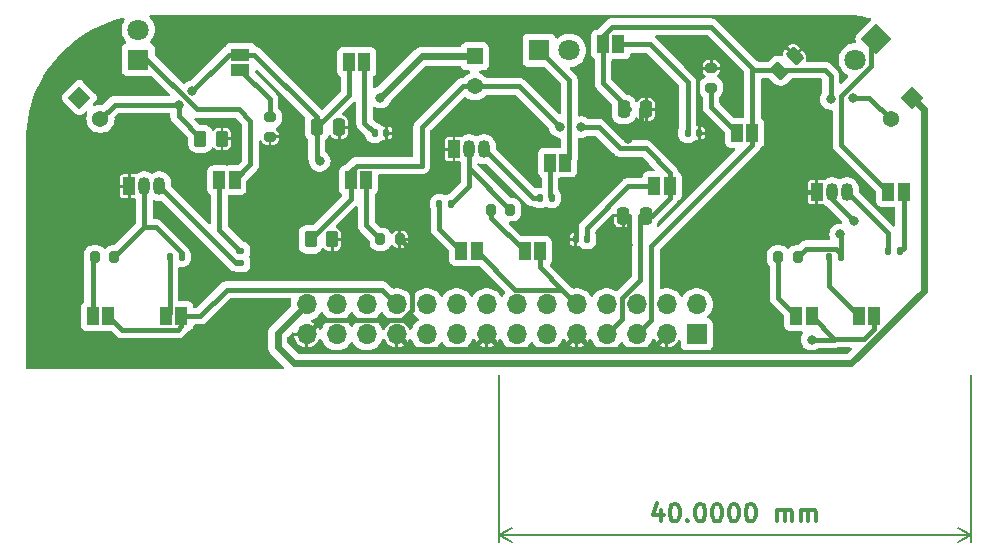
<source format=gbr>
%TF.GenerationSoftware,KiCad,Pcbnew,8.0.1*%
%TF.CreationDate,2024-03-24T13:46:44+02:00*%
%TF.ProjectId,EEE3088F Sensing Subsystem Project,45454533-3038-4384-9620-53656e73696e,rev?*%
%TF.SameCoordinates,Original*%
%TF.FileFunction,Copper,L1,Top*%
%TF.FilePolarity,Positive*%
%FSLAX46Y46*%
G04 Gerber Fmt 4.6, Leading zero omitted, Abs format (unit mm)*
G04 Created by KiCad (PCBNEW 8.0.1) date 2024-03-24 13:46:44*
%MOMM*%
%LPD*%
G01*
G04 APERTURE LIST*
G04 Aperture macros list*
%AMRoundRect*
0 Rectangle with rounded corners*
0 $1 Rounding radius*
0 $2 $3 $4 $5 $6 $7 $8 $9 X,Y pos of 4 corners*
0 Add a 4 corners polygon primitive as box body*
4,1,4,$2,$3,$4,$5,$6,$7,$8,$9,$2,$3,0*
0 Add four circle primitives for the rounded corners*
1,1,$1+$1,$2,$3*
1,1,$1+$1,$4,$5*
1,1,$1+$1,$6,$7*
1,1,$1+$1,$8,$9*
0 Add four rect primitives between the rounded corners*
20,1,$1+$1,$2,$3,$4,$5,0*
20,1,$1+$1,$4,$5,$6,$7,0*
20,1,$1+$1,$6,$7,$8,$9,0*
20,1,$1+$1,$8,$9,$2,$3,0*%
%AMRotRect*
0 Rectangle, with rotation*
0 The origin of the aperture is its center*
0 $1 length*
0 $2 width*
0 $3 Rotation angle, in degrees counterclockwise*
0 Add horizontal line*
21,1,$1,$2,0,0,$3*%
G04 Aperture macros list end*
%ADD10C,0.300000*%
%TA.AperFunction,NonConductor*%
%ADD11C,0.300000*%
%TD*%
%TA.AperFunction,NonConductor*%
%ADD12C,0.200000*%
%TD*%
%TA.AperFunction,ComponentPad*%
%ADD13RotRect,1.371600X1.371600X225.000000*%
%TD*%
%TA.AperFunction,ComponentPad*%
%ADD14C,1.371600*%
%TD*%
%TA.AperFunction,ComponentPad*%
%ADD15R,1.371600X1.371600*%
%TD*%
%TA.AperFunction,ComponentPad*%
%ADD16RotRect,1.371600X1.371600X315.000000*%
%TD*%
%TA.AperFunction,SMDPad,CuDef*%
%ADD17RoundRect,0.250000X-0.250000X-0.475000X0.250000X-0.475000X0.250000X0.475000X-0.250000X0.475000X0*%
%TD*%
%TA.AperFunction,SMDPad,CuDef*%
%ADD18RoundRect,0.250000X0.250000X0.475000X-0.250000X0.475000X-0.250000X-0.475000X0.250000X-0.475000X0*%
%TD*%
%TA.AperFunction,SMDPad,CuDef*%
%ADD19RoundRect,0.250000X-0.262500X-0.450000X0.262500X-0.450000X0.262500X0.450000X-0.262500X0.450000X0*%
%TD*%
%TA.AperFunction,SMDPad,CuDef*%
%ADD20RoundRect,0.250000X0.132583X-0.503814X0.503814X-0.132583X-0.132583X0.503814X-0.503814X0.132583X0*%
%TD*%
%TA.AperFunction,SMDPad,CuDef*%
%ADD21R,1.000000X1.500000*%
%TD*%
%TA.AperFunction,SMDPad,CuDef*%
%ADD22RoundRect,0.140000X0.140000X0.170000X-0.140000X0.170000X-0.140000X-0.170000X0.140000X-0.170000X0*%
%TD*%
%TA.AperFunction,ComponentPad*%
%ADD23R,1.700000X1.700000*%
%TD*%
%TA.AperFunction,ComponentPad*%
%ADD24O,1.700000X1.700000*%
%TD*%
%TA.AperFunction,SMDPad,CuDef*%
%ADD25R,1.500000X1.000000*%
%TD*%
%TA.AperFunction,ComponentPad*%
%ADD26R,1.800000X1.800000*%
%TD*%
%TA.AperFunction,ComponentPad*%
%ADD27C,1.800000*%
%TD*%
%TA.AperFunction,SMDPad,CuDef*%
%ADD28RoundRect,0.135000X-0.135000X-0.185000X0.135000X-0.185000X0.135000X0.185000X-0.135000X0.185000X0*%
%TD*%
%TA.AperFunction,SMDPad,CuDef*%
%ADD29RoundRect,0.135000X-0.185000X0.135000X-0.185000X-0.135000X0.185000X-0.135000X0.185000X0.135000X0*%
%TD*%
%TA.AperFunction,SMDPad,CuDef*%
%ADD30RoundRect,0.135000X0.135000X0.185000X-0.135000X0.185000X-0.135000X-0.185000X0.135000X-0.185000X0*%
%TD*%
%TA.AperFunction,SMDPad,CuDef*%
%ADD31RoundRect,0.200000X-0.200000X-0.275000X0.200000X-0.275000X0.200000X0.275000X-0.200000X0.275000X0*%
%TD*%
%TA.AperFunction,SMDPad,CuDef*%
%ADD32RoundRect,0.200000X0.275000X-0.200000X0.275000X0.200000X-0.275000X0.200000X-0.275000X-0.200000X0*%
%TD*%
%TA.AperFunction,SMDPad,CuDef*%
%ADD33RoundRect,0.140000X-0.140000X-0.170000X0.140000X-0.170000X0.140000X0.170000X-0.140000X0.170000X0*%
%TD*%
%TA.AperFunction,ComponentPad*%
%ADD34RotRect,1.800000X1.800000X225.000000*%
%TD*%
%TA.AperFunction,SMDPad,CuDef*%
%ADD35RoundRect,0.200000X-0.275000X0.200000X-0.275000X-0.200000X0.275000X-0.200000X0.275000X0.200000X0*%
%TD*%
%TA.AperFunction,ComponentPad*%
%ADD36R,1.050000X1.500000*%
%TD*%
%TA.AperFunction,ComponentPad*%
%ADD37O,1.050000X1.500000*%
%TD*%
%TA.AperFunction,ViaPad*%
%ADD38C,0.800000*%
%TD*%
%TA.AperFunction,Conductor*%
%ADD39C,0.400000*%
%TD*%
%TA.AperFunction,Conductor*%
%ADD40C,0.600000*%
%TD*%
G04 APERTURE END LIST*
D10*
D11*
X100785716Y-154878328D02*
X100785716Y-155878328D01*
X100428573Y-154306900D02*
X100071430Y-155378328D01*
X100071430Y-155378328D02*
X101000001Y-155378328D01*
X101857144Y-154378328D02*
X102000001Y-154378328D01*
X102000001Y-154378328D02*
X102142858Y-154449757D01*
X102142858Y-154449757D02*
X102214287Y-154521185D01*
X102214287Y-154521185D02*
X102285715Y-154664042D01*
X102285715Y-154664042D02*
X102357144Y-154949757D01*
X102357144Y-154949757D02*
X102357144Y-155306900D01*
X102357144Y-155306900D02*
X102285715Y-155592614D01*
X102285715Y-155592614D02*
X102214287Y-155735471D01*
X102214287Y-155735471D02*
X102142858Y-155806900D01*
X102142858Y-155806900D02*
X102000001Y-155878328D01*
X102000001Y-155878328D02*
X101857144Y-155878328D01*
X101857144Y-155878328D02*
X101714287Y-155806900D01*
X101714287Y-155806900D02*
X101642858Y-155735471D01*
X101642858Y-155735471D02*
X101571429Y-155592614D01*
X101571429Y-155592614D02*
X101500001Y-155306900D01*
X101500001Y-155306900D02*
X101500001Y-154949757D01*
X101500001Y-154949757D02*
X101571429Y-154664042D01*
X101571429Y-154664042D02*
X101642858Y-154521185D01*
X101642858Y-154521185D02*
X101714287Y-154449757D01*
X101714287Y-154449757D02*
X101857144Y-154378328D01*
X103000000Y-155735471D02*
X103071429Y-155806900D01*
X103071429Y-155806900D02*
X103000000Y-155878328D01*
X103000000Y-155878328D02*
X102928572Y-155806900D01*
X102928572Y-155806900D02*
X103000000Y-155735471D01*
X103000000Y-155735471D02*
X103000000Y-155878328D01*
X104000001Y-154378328D02*
X104142858Y-154378328D01*
X104142858Y-154378328D02*
X104285715Y-154449757D01*
X104285715Y-154449757D02*
X104357144Y-154521185D01*
X104357144Y-154521185D02*
X104428572Y-154664042D01*
X104428572Y-154664042D02*
X104500001Y-154949757D01*
X104500001Y-154949757D02*
X104500001Y-155306900D01*
X104500001Y-155306900D02*
X104428572Y-155592614D01*
X104428572Y-155592614D02*
X104357144Y-155735471D01*
X104357144Y-155735471D02*
X104285715Y-155806900D01*
X104285715Y-155806900D02*
X104142858Y-155878328D01*
X104142858Y-155878328D02*
X104000001Y-155878328D01*
X104000001Y-155878328D02*
X103857144Y-155806900D01*
X103857144Y-155806900D02*
X103785715Y-155735471D01*
X103785715Y-155735471D02*
X103714286Y-155592614D01*
X103714286Y-155592614D02*
X103642858Y-155306900D01*
X103642858Y-155306900D02*
X103642858Y-154949757D01*
X103642858Y-154949757D02*
X103714286Y-154664042D01*
X103714286Y-154664042D02*
X103785715Y-154521185D01*
X103785715Y-154521185D02*
X103857144Y-154449757D01*
X103857144Y-154449757D02*
X104000001Y-154378328D01*
X105428572Y-154378328D02*
X105571429Y-154378328D01*
X105571429Y-154378328D02*
X105714286Y-154449757D01*
X105714286Y-154449757D02*
X105785715Y-154521185D01*
X105785715Y-154521185D02*
X105857143Y-154664042D01*
X105857143Y-154664042D02*
X105928572Y-154949757D01*
X105928572Y-154949757D02*
X105928572Y-155306900D01*
X105928572Y-155306900D02*
X105857143Y-155592614D01*
X105857143Y-155592614D02*
X105785715Y-155735471D01*
X105785715Y-155735471D02*
X105714286Y-155806900D01*
X105714286Y-155806900D02*
X105571429Y-155878328D01*
X105571429Y-155878328D02*
X105428572Y-155878328D01*
X105428572Y-155878328D02*
X105285715Y-155806900D01*
X105285715Y-155806900D02*
X105214286Y-155735471D01*
X105214286Y-155735471D02*
X105142857Y-155592614D01*
X105142857Y-155592614D02*
X105071429Y-155306900D01*
X105071429Y-155306900D02*
X105071429Y-154949757D01*
X105071429Y-154949757D02*
X105142857Y-154664042D01*
X105142857Y-154664042D02*
X105214286Y-154521185D01*
X105214286Y-154521185D02*
X105285715Y-154449757D01*
X105285715Y-154449757D02*
X105428572Y-154378328D01*
X106857143Y-154378328D02*
X107000000Y-154378328D01*
X107000000Y-154378328D02*
X107142857Y-154449757D01*
X107142857Y-154449757D02*
X107214286Y-154521185D01*
X107214286Y-154521185D02*
X107285714Y-154664042D01*
X107285714Y-154664042D02*
X107357143Y-154949757D01*
X107357143Y-154949757D02*
X107357143Y-155306900D01*
X107357143Y-155306900D02*
X107285714Y-155592614D01*
X107285714Y-155592614D02*
X107214286Y-155735471D01*
X107214286Y-155735471D02*
X107142857Y-155806900D01*
X107142857Y-155806900D02*
X107000000Y-155878328D01*
X107000000Y-155878328D02*
X106857143Y-155878328D01*
X106857143Y-155878328D02*
X106714286Y-155806900D01*
X106714286Y-155806900D02*
X106642857Y-155735471D01*
X106642857Y-155735471D02*
X106571428Y-155592614D01*
X106571428Y-155592614D02*
X106500000Y-155306900D01*
X106500000Y-155306900D02*
X106500000Y-154949757D01*
X106500000Y-154949757D02*
X106571428Y-154664042D01*
X106571428Y-154664042D02*
X106642857Y-154521185D01*
X106642857Y-154521185D02*
X106714286Y-154449757D01*
X106714286Y-154449757D02*
X106857143Y-154378328D01*
X108285714Y-154378328D02*
X108428571Y-154378328D01*
X108428571Y-154378328D02*
X108571428Y-154449757D01*
X108571428Y-154449757D02*
X108642857Y-154521185D01*
X108642857Y-154521185D02*
X108714285Y-154664042D01*
X108714285Y-154664042D02*
X108785714Y-154949757D01*
X108785714Y-154949757D02*
X108785714Y-155306900D01*
X108785714Y-155306900D02*
X108714285Y-155592614D01*
X108714285Y-155592614D02*
X108642857Y-155735471D01*
X108642857Y-155735471D02*
X108571428Y-155806900D01*
X108571428Y-155806900D02*
X108428571Y-155878328D01*
X108428571Y-155878328D02*
X108285714Y-155878328D01*
X108285714Y-155878328D02*
X108142857Y-155806900D01*
X108142857Y-155806900D02*
X108071428Y-155735471D01*
X108071428Y-155735471D02*
X107999999Y-155592614D01*
X107999999Y-155592614D02*
X107928571Y-155306900D01*
X107928571Y-155306900D02*
X107928571Y-154949757D01*
X107928571Y-154949757D02*
X107999999Y-154664042D01*
X107999999Y-154664042D02*
X108071428Y-154521185D01*
X108071428Y-154521185D02*
X108142857Y-154449757D01*
X108142857Y-154449757D02*
X108285714Y-154378328D01*
X110571427Y-155878328D02*
X110571427Y-154878328D01*
X110571427Y-155021185D02*
X110642856Y-154949757D01*
X110642856Y-154949757D02*
X110785713Y-154878328D01*
X110785713Y-154878328D02*
X110999999Y-154878328D01*
X110999999Y-154878328D02*
X111142856Y-154949757D01*
X111142856Y-154949757D02*
X111214285Y-155092614D01*
X111214285Y-155092614D02*
X111214285Y-155878328D01*
X111214285Y-155092614D02*
X111285713Y-154949757D01*
X111285713Y-154949757D02*
X111428570Y-154878328D01*
X111428570Y-154878328D02*
X111642856Y-154878328D01*
X111642856Y-154878328D02*
X111785713Y-154949757D01*
X111785713Y-154949757D02*
X111857142Y-155092614D01*
X111857142Y-155092614D02*
X111857142Y-155878328D01*
X112571427Y-155878328D02*
X112571427Y-154878328D01*
X112571427Y-155021185D02*
X112642856Y-154949757D01*
X112642856Y-154949757D02*
X112785713Y-154878328D01*
X112785713Y-154878328D02*
X112999999Y-154878328D01*
X112999999Y-154878328D02*
X113142856Y-154949757D01*
X113142856Y-154949757D02*
X113214285Y-155092614D01*
X113214285Y-155092614D02*
X113214285Y-155878328D01*
X113214285Y-155092614D02*
X113285713Y-154949757D01*
X113285713Y-154949757D02*
X113428570Y-154878328D01*
X113428570Y-154878328D02*
X113642856Y-154878328D01*
X113642856Y-154878328D02*
X113785713Y-154949757D01*
X113785713Y-154949757D02*
X113857142Y-155092614D01*
X113857142Y-155092614D02*
X113857142Y-155878328D01*
D12*
X127000000Y-143500000D02*
X127000000Y-157586420D01*
X87000000Y-143500000D02*
X87000000Y-157586420D01*
X127000000Y-157000000D02*
X87000000Y-157000000D01*
X127000000Y-157000000D02*
X87000000Y-157000000D01*
X127000000Y-157000000D02*
X125873496Y-157586421D01*
X127000000Y-157000000D02*
X125873496Y-156413579D01*
X87000000Y-157000000D02*
X88126504Y-156413579D01*
X87000000Y-157000000D02*
X88126504Y-157586421D01*
D13*
%TO.P,LED3,1*%
%TO.N,3V3B*%
X122000000Y-120000000D03*
D14*
%TO.P,LED3,2*%
%TO.N,PA3*%
X120203949Y-121796051D03*
%TD*%
D15*
%TO.P,LED2,1*%
%TO.N,3V3B*%
X85000000Y-116500000D03*
D14*
%TO.P,LED2,2*%
%TO.N,PA4*%
X85000000Y-119040000D03*
%TD*%
D16*
%TO.P,LED1,1*%
%TO.N,3V3B*%
X51500000Y-120000000D03*
D14*
%TO.P,LED1,2*%
%TO.N,PA5*%
X53296051Y-121796051D03*
%TD*%
D17*
%TO.P,C1,1*%
%TO.N,PA5*%
X71600000Y-122500000D03*
%TO.P,C1,2*%
%TO.N,GND*%
X73500000Y-122500000D03*
%TD*%
D18*
%TO.P,C3,1*%
%TO.N,PA4*%
X99450000Y-130000000D03*
%TO.P,C3,2*%
%TO.N,GND*%
X97550000Y-130000000D03*
%TD*%
D17*
%TO.P,C5,1*%
%TO.N,PA3*%
X97600001Y-121000000D03*
%TO.P,C5,2*%
%TO.N,GND*%
X99500001Y-121000000D03*
%TD*%
D19*
%TO.P,R4,1*%
%TO.N,PA5*%
X61762500Y-123500000D03*
%TO.P,R4,2*%
%TO.N,GND*%
X63587500Y-123500000D03*
%TD*%
%TO.P,R9,1*%
%TO.N,PA4*%
X71087500Y-132000000D03*
%TO.P,R9,2*%
%TO.N,GND*%
X72912500Y-132000000D03*
%TD*%
D20*
%TO.P,R14,1*%
%TO.N,PA3*%
X110771402Y-117728598D03*
%TO.P,R14,2*%
%TO.N,GND*%
X112061872Y-116438128D03*
%TD*%
D21*
%TO.P,JP15,1,A*%
%TO.N,Net-(D3-K)*%
X120000000Y-128000000D03*
%TO.P,JP15,2,B*%
%TO.N,Net-(JP15-B)*%
X121299998Y-128000000D03*
%TD*%
%TO.P,JP14,1,A*%
%TO.N,Net-(JP14-A)*%
X91350000Y-125500000D03*
%TO.P,JP14,2,B*%
%TO.N,Net-(D2-K)*%
X92650000Y-125500000D03*
%TD*%
%TO.P,JP13,1,A*%
%TO.N,Net-(D1-K)*%
X64649999Y-127000000D03*
%TO.P,JP13,2,B*%
%TO.N,Net-(JP13-B)*%
X63350001Y-127000000D03*
%TD*%
D22*
%TO.P,C4,2*%
%TO.N,GND*%
X93540000Y-132000000D03*
%TO.P,C4,1*%
%TO.N,Net-(JP8-A)*%
X94500000Y-132000000D03*
%TD*%
D23*
%TO.P,J1,1,Pin_1*%
%TO.N,RESV3*%
X103780000Y-140040000D03*
D24*
%TO.P,J1,2,Pin_2*%
%TO.N,3V3A*%
X103780000Y-137500000D03*
%TO.P,J1,3,Pin_3*%
%TO.N,GND*%
X101240000Y-140040000D03*
%TO.P,J1,4,Pin_4*%
%TO.N,BATT1*%
X101240000Y-137500000D03*
%TO.P,J1,5,Pin_5*%
%TO.N,PA3*%
X98700000Y-140040000D03*
%TO.P,J1,6,Pin_6*%
%TO.N,RESV2*%
X98700000Y-137500000D03*
%TO.P,J1,7,Pin_7*%
%TO.N,PA4*%
X96160000Y-140040000D03*
%TO.P,J1,8,Pin_8*%
%TO.N,PE15*%
X96160000Y-137500000D03*
%TO.P,J1,9,Pin_9*%
%TO.N,GND*%
X93620000Y-140040000D03*
%TO.P,J1,10,Pin_10*%
%TO.N,PE14*%
X93620000Y-137500000D03*
%TO.P,J1,11,Pin_11*%
%TO.N,PA5*%
X91080000Y-140040000D03*
%TO.P,J1,12,Pin_12*%
%TO.N,PE13*%
X91080000Y-137500000D03*
%TO.P,J1,13,Pin_13*%
%TO.N,PA6*%
X88540000Y-140040000D03*
%TO.P,J1,14,Pin_14*%
%TO.N,PE12*%
X88540000Y-137500000D03*
%TO.P,J1,15,Pin_15*%
%TO.N,GND*%
X86000000Y-140040000D03*
%TO.P,J1,16,Pin_16*%
%TO.N,PE11*%
X86000000Y-137500000D03*
%TO.P,J1,17,Pin_17*%
%TO.N,PA7*%
X83460000Y-140040000D03*
%TO.P,J1,18,Pin_18*%
%TO.N,PE10*%
X83460000Y-137500000D03*
%TO.P,J1,19,Pin_19*%
%TO.N,PC4*%
X80920000Y-140040000D03*
%TO.P,J1,20,Pin_20*%
%TO.N,PE9*%
X80920000Y-137500000D03*
%TO.P,J1,21,Pin_21*%
%TO.N,GND*%
X78380000Y-140040000D03*
%TO.P,J1,22,Pin_22*%
%TO.N,PE8*%
X78380000Y-137500000D03*
%TO.P,J1,23,Pin_23*%
%TO.N,PC5*%
X75840000Y-140040000D03*
%TO.P,J1,24,Pin_24*%
%TO.N,RESV1*%
X75840000Y-137500000D03*
%TO.P,J1,25,Pin_25*%
%TO.N,AB0*%
X73300000Y-140040000D03*
%TO.P,J1,26,Pin_26*%
%TO.N,BATT2*%
X73300000Y-137500000D03*
%TO.P,J1,27,Pin_27*%
%TO.N,GND*%
X70760000Y-140040000D03*
%TO.P,J1,28,Pin_28*%
%TO.N,3V3B*%
X70760000Y-137500000D03*
%TD*%
D21*
%TO.P,JP8,1,A*%
%TO.N,Net-(JP8-A)*%
X100200002Y-127500000D03*
%TO.P,JP8,2,B*%
%TO.N,PA4*%
X101500000Y-127500000D03*
%TD*%
%TO.P,JP9,1,A*%
%TO.N,Net-(JP9-A)*%
X117500000Y-138500000D03*
%TO.P,JP9,2,B*%
%TO.N,PE15*%
X118799998Y-138500000D03*
%TD*%
D25*
%TO.P,JP3,1,A*%
%TO.N,Net-(JP3-A)*%
X65149999Y-117649999D03*
%TO.P,JP3,2,B*%
%TO.N,PA5*%
X65149999Y-116350001D03*
%TD*%
D21*
%TO.P,JP5,1,A*%
%TO.N,Net-(JP5-A)*%
X89200002Y-133000000D03*
%TO.P,JP5,2,B*%
%TO.N,PE14*%
X90500000Y-133000000D03*
%TD*%
%TO.P,JP11,2,B*%
%TO.N,PA3*%
X108500000Y-123000000D03*
%TO.P,JP11,1,A*%
%TO.N,Net-(JP11-A)*%
X107200002Y-123000000D03*
%TD*%
D26*
%TO.P,D2,1,K*%
%TO.N,Net-(D2-K)*%
X90460000Y-116000000D03*
D27*
%TO.P,D2,2,A*%
%TO.N,3V3A*%
X93000000Y-116000000D03*
%TD*%
D28*
%TO.P,R2,1*%
%TO.N,Net-(JP2-A)*%
X59149999Y-133500000D03*
%TO.P,R2,2*%
%TO.N,Net-(Q1-B)*%
X60169997Y-133500000D03*
%TD*%
D29*
%TO.P,R3,2*%
%TO.N,Net-(Q1-C)*%
X65140000Y-134009999D03*
%TO.P,R3,1*%
%TO.N,Net-(JP13-B)*%
X65140000Y-132990001D03*
%TD*%
D28*
%TO.P,R6,1*%
%TO.N,Net-(JP6-A)*%
X81980001Y-129000000D03*
%TO.P,R6,2*%
%TO.N,Net-(Q2-B)*%
X82999999Y-129000000D03*
%TD*%
D30*
%TO.P,R8,1*%
%TO.N,Net-(JP14-A)*%
X91509999Y-128500000D03*
%TO.P,R8,2*%
%TO.N,Net-(Q2-C)*%
X90490001Y-128500000D03*
%TD*%
D28*
%TO.P,R12,1*%
%TO.N,Net-(JP9-A)*%
X114980001Y-133500000D03*
%TO.P,R12,2*%
%TO.N,Net-(Q3-B)*%
X115999999Y-133500000D03*
%TD*%
D30*
%TO.P,R13,2*%
%TO.N,Net-(Q3-C)*%
X119990001Y-133000000D03*
%TO.P,R13,1*%
%TO.N,Net-(JP15-B)*%
X121009999Y-133000000D03*
%TD*%
D31*
%TO.P,R10,1*%
%TO.N,Net-(JP7-A)*%
X77000000Y-132000000D03*
%TO.P,R10,2*%
%TO.N,GND*%
X78650000Y-132000000D03*
%TD*%
D32*
%TO.P,R15,1*%
%TO.N,Net-(JP11-A)*%
X105000000Y-119150000D03*
%TO.P,R15,2*%
%TO.N,GND*%
X105000000Y-117500000D03*
%TD*%
D33*
%TO.P,C2,2*%
%TO.N,GND*%
X77480000Y-123000000D03*
%TO.P,C2,1*%
%TO.N,Net-(JP4-A)*%
X76520000Y-123000000D03*
%TD*%
D21*
%TO.P,JP4,1,A*%
%TO.N,Net-(JP4-A)*%
X75649999Y-117000000D03*
%TO.P,JP4,2,B*%
%TO.N,PA5*%
X74350001Y-117000000D03*
%TD*%
%TO.P,JP6,2,B*%
%TO.N,PE14*%
X85149999Y-133000000D03*
%TO.P,JP6,1,A*%
%TO.N,Net-(JP6-A)*%
X83850001Y-133000000D03*
%TD*%
D26*
%TO.P,D1,1,K*%
%TO.N,Net-(D1-K)*%
X56500000Y-116775000D03*
D27*
%TO.P,D1,2,A*%
%TO.N,3V3A*%
X56500000Y-114235000D03*
%TD*%
D34*
%TO.P,D3,1,K*%
%TO.N,Net-(D3-K)*%
X119000000Y-115000000D03*
D27*
%TO.P,D3,2,A*%
%TO.N,3V3A*%
X117203949Y-116796051D03*
%TD*%
D31*
%TO.P,R1,2*%
%TO.N,Net-(Q1-B)*%
X54474999Y-133500000D03*
%TO.P,R1,1*%
%TO.N,Net-(JP1-A)*%
X52824999Y-133500000D03*
%TD*%
D33*
%TO.P,C6,2*%
%TO.N,GND*%
X103980000Y-123000000D03*
%TO.P,C6,1*%
%TO.N,Net-(JP12-A)*%
X103020000Y-123000000D03*
%TD*%
D35*
%TO.P,R5,2*%
%TO.N,GND*%
X67649999Y-123325000D03*
%TO.P,R5,1*%
%TO.N,Net-(JP3-A)*%
X67649999Y-121675000D03*
%TD*%
D31*
%TO.P,R7,1*%
%TO.N,Net-(JP5-A)*%
X86350000Y-129500000D03*
%TO.P,R7,2*%
%TO.N,Net-(Q2-B)*%
X88000000Y-129500000D03*
%TD*%
%TO.P,R11,2*%
%TO.N,Net-(Q3-B)*%
X112325000Y-133500000D03*
%TO.P,R11,1*%
%TO.N,Net-(JP10-A)*%
X110675000Y-133500000D03*
%TD*%
D21*
%TO.P,JP7,1,A*%
%TO.N,Net-(JP7-A)*%
X75799999Y-127000000D03*
%TO.P,JP7,2,B*%
%TO.N,PA4*%
X74500001Y-127000000D03*
%TD*%
D36*
%TO.P,Q2,1,E*%
%TO.N,GND*%
X83230000Y-124360000D03*
D37*
%TO.P,Q2,2,B*%
%TO.N,Net-(Q2-B)*%
X84500000Y-124360000D03*
%TO.P,Q2,3,C*%
%TO.N,Net-(Q2-C)*%
X85770000Y-124360000D03*
%TD*%
D36*
%TO.P,Q3,1,E*%
%TO.N,GND*%
X113960000Y-128000000D03*
D37*
%TO.P,Q3,2,B*%
%TO.N,Net-(Q3-B)*%
X115230001Y-128000000D03*
%TO.P,Q3,3,C*%
%TO.N,Net-(Q3-C)*%
X116500000Y-128000000D03*
%TD*%
%TO.P,Q1,3,C*%
%TO.N,Net-(Q1-C)*%
X58270000Y-127500000D03*
%TO.P,Q1,2,B*%
%TO.N,Net-(Q1-B)*%
X57000001Y-127500000D03*
D36*
%TO.P,Q1,1,E*%
%TO.N,GND*%
X55730000Y-127500000D03*
%TD*%
D21*
%TO.P,JP2,1,A*%
%TO.N,Net-(JP2-A)*%
X58850001Y-138500000D03*
%TO.P,JP2,2,B*%
%TO.N,PE8*%
X60149999Y-138500000D03*
%TD*%
%TO.P,JP1,1,A*%
%TO.N,Net-(JP1-A)*%
X52649999Y-138500000D03*
%TO.P,JP1,2,B*%
%TO.N,PE8*%
X53949997Y-138500000D03*
%TD*%
%TO.P,JP12,1,A*%
%TO.N,Net-(JP12-A)*%
X97149999Y-115500000D03*
%TO.P,JP12,2,B*%
%TO.N,PA3*%
X95850001Y-115500000D03*
%TD*%
%TO.P,JP10,1,A*%
%TO.N,Net-(JP10-A)*%
X112200002Y-138500000D03*
%TO.P,JP10,2,B*%
%TO.N,PE15*%
X113500000Y-138500000D03*
%TD*%
D38*
%TO.N,GND*%
X102500000Y-132500000D03*
X98000000Y-132500000D03*
%TO.N,PA3*%
X115136397Y-120136397D03*
X117000000Y-120000000D03*
%TO.N,GND*%
X96500000Y-125000000D03*
X98000000Y-123500000D03*
%TO.N,PE15*%
X113500000Y-140500000D03*
%TO.N,3V3B*%
X77000000Y-120000000D03*
%TO.N,PA5*%
X61047518Y-119452482D03*
X71863603Y-125363603D03*
%TO.N,Net-(Q3-B)*%
X117055686Y-130444314D03*
X115924315Y-131575685D03*
%TO.N,PA4*%
X92200000Y-122500000D03*
X94000000Y-122500000D03*
%TO.N,PA5*%
X59916147Y-120583853D03*
%TD*%
D39*
%TO.N,PA5*%
X59916147Y-120583853D02*
X54508249Y-120583853D01*
X54508249Y-120583853D02*
X53296051Y-121796051D01*
D40*
%TO.N,3V3B*%
X77000000Y-120000000D02*
X80500000Y-116500000D01*
X80500000Y-116500000D02*
X85000000Y-116500000D01*
D39*
%TO.N,PA4*%
X85000000Y-119040000D02*
X88740000Y-119040000D01*
X88740000Y-119040000D02*
X92200000Y-122500000D01*
X85000000Y-119040000D02*
X83960000Y-119040000D01*
X83960000Y-119040000D02*
X80500000Y-122500000D01*
D40*
%TO.N,3V3B*%
X122000000Y-120000000D02*
X123000000Y-121000000D01*
X116881370Y-142500000D02*
X69690811Y-142500000D01*
X69690811Y-142500000D02*
X68290000Y-141099189D01*
X123000000Y-121000000D02*
X123000000Y-136381370D01*
X123000000Y-136381370D02*
X116881370Y-142500000D01*
X68290000Y-141099189D02*
X68290000Y-139970000D01*
X68290000Y-139970000D02*
X70260000Y-138000000D01*
D39*
%TO.N,PA3*%
X117000000Y-120000000D02*
X118407898Y-120000000D01*
X118407898Y-120000000D02*
X120203949Y-121796051D01*
%TO.N,Net-(D3-K)*%
X120000000Y-128000000D02*
X116000000Y-124000000D01*
X118500000Y-115500000D02*
X119000000Y-115000000D01*
X116000000Y-124000000D02*
X116000000Y-119838478D01*
X116000000Y-119838478D02*
X118503949Y-117334529D01*
X118503949Y-116257573D02*
X118500000Y-116253624D01*
X118503949Y-117334529D02*
X118503949Y-116257573D01*
X118500000Y-116253624D02*
X118500000Y-115500000D01*
%TO.N,PA3*%
X115136397Y-120136397D02*
X115136397Y-118136397D01*
X115136397Y-118136397D02*
X114666726Y-117666726D01*
X114666726Y-117666726D02*
X108666726Y-117666726D01*
X108666726Y-117666726D02*
X108500000Y-117500000D01*
%TO.N,Net-(D1-K)*%
X56500000Y-116775000D02*
X57238665Y-116775000D01*
X66000000Y-122000000D02*
X66000000Y-125649999D01*
X57238665Y-116775000D02*
X61463665Y-121000000D01*
X65000000Y-121000000D02*
X66000000Y-122000000D01*
X61463665Y-121000000D02*
X65000000Y-121000000D01*
X66000000Y-125649999D02*
X64649999Y-127000000D01*
%TO.N,Net-(D2-K)*%
X90460000Y-116000000D02*
X93000000Y-118540000D01*
X93000000Y-118540000D02*
X93000000Y-125150000D01*
X93000000Y-125150000D02*
X92650000Y-125500000D01*
%TO.N,GND*%
X102500000Y-132500000D02*
X103000000Y-132500000D01*
X103000000Y-132500000D02*
X107500000Y-128000000D01*
X107500000Y-128000000D02*
X113960000Y-128000000D01*
X98020000Y-130000000D02*
X98020000Y-132480000D01*
X98020000Y-132480000D02*
X98000000Y-132500000D01*
%TO.N,PA4*%
X101500000Y-127500000D02*
X101500000Y-126350000D01*
X99450000Y-124300000D02*
X97300000Y-124300000D01*
X101500000Y-126350000D02*
X99450000Y-124300000D01*
X98980000Y-130000000D02*
X100000000Y-130000000D01*
X100000000Y-130000000D02*
X101500000Y-128500000D01*
X101500000Y-128500000D02*
X101500000Y-127500000D01*
X98980000Y-130000000D02*
X98980000Y-135452233D01*
X97450000Y-136982233D02*
X97450000Y-138750000D01*
X98980000Y-135452233D02*
X97450000Y-136982233D01*
X97450000Y-138750000D02*
X96160000Y-140040000D01*
X95500000Y-122500000D02*
X97300000Y-124300000D01*
X94000000Y-122500000D02*
X95500000Y-122500000D01*
%TO.N,Net-(JP8-A)*%
X94500000Y-131500000D02*
X94500000Y-131000000D01*
X94500000Y-131000000D02*
X98000000Y-127500000D01*
X98000000Y-127500000D02*
X100200002Y-127500000D01*
X94500000Y-132000000D02*
X94500000Y-131000000D01*
%TO.N,PA3*%
X108500000Y-123000000D02*
X108500000Y-124000000D01*
X99950000Y-132550000D02*
X99950000Y-138790000D01*
X108500000Y-124000000D02*
X99950000Y-132550000D01*
X99950000Y-138790000D02*
X98700000Y-140040000D01*
%TO.N,Net-(JP12-A)*%
X97149999Y-115500000D02*
X99848528Y-115500000D01*
X99848528Y-115500000D02*
X103020000Y-118671472D01*
X103020000Y-118671472D02*
X103020000Y-123000000D01*
%TO.N,PA3*%
X98070001Y-121000000D02*
X95850001Y-118780000D01*
X95850001Y-118780000D02*
X95850001Y-115500000D01*
%TO.N,GND*%
X99030001Y-121000000D02*
X99030001Y-122469999D01*
X99030001Y-122469999D02*
X98000000Y-123500000D01*
%TO.N,PA3*%
X108500000Y-117500000D02*
X105000000Y-114000000D01*
X96599999Y-114000000D02*
X95850001Y-114749998D01*
X105000000Y-114000000D02*
X96599999Y-114000000D01*
X95850001Y-114749998D02*
X95850001Y-115500000D01*
X108500000Y-123000000D02*
X108500000Y-117500000D01*
%TO.N,GND*%
X84750000Y-141290000D02*
X79630000Y-141290000D01*
X86000000Y-140040000D02*
X84750000Y-141290000D01*
X79630000Y-141290000D02*
X78380000Y-140040000D01*
X87250000Y-141290000D02*
X86000000Y-140040000D01*
X92370000Y-141290000D02*
X87250000Y-141290000D01*
X93620000Y-140040000D02*
X92370000Y-141290000D01*
X94870000Y-141290000D02*
X93620000Y-140040000D01*
X99990000Y-141290000D02*
X94870000Y-141290000D01*
X101240000Y-140040000D02*
X99990000Y-141290000D01*
X79670000Y-133020000D02*
X79670000Y-137977767D01*
X78650000Y-132000000D02*
X79670000Y-133020000D01*
X79670000Y-137977767D02*
X78857767Y-138790000D01*
X78857767Y-138790000D02*
X72010000Y-138790000D01*
X72010000Y-138790000D02*
X70760000Y-140040000D01*
%TO.N,PE14*%
X90500000Y-133000000D02*
X90500000Y-134380000D01*
X90500000Y-134380000D02*
X92370000Y-136250000D01*
X88399999Y-136250000D02*
X90500000Y-136250000D01*
X90500000Y-136250000D02*
X92370000Y-136250000D01*
X85149999Y-133000000D02*
X88399999Y-136250000D01*
X92370000Y-136250000D02*
X93620000Y-137500000D01*
%TO.N,PE8*%
X60149999Y-138500000D02*
X61730345Y-138500000D01*
X61730345Y-138500000D02*
X63980345Y-136250000D01*
X63980345Y-136250000D02*
X77130000Y-136250000D01*
X77130000Y-136250000D02*
X78380000Y-137500000D01*
%TO.N,PA5*%
X59916147Y-120583853D02*
X59916147Y-121566147D01*
X59916147Y-121566147D02*
X61850000Y-123500000D01*
%TO.N,Net-(JP13-B)*%
X63350001Y-127000000D02*
X63350001Y-131200002D01*
X63350001Y-131200002D02*
X65140000Y-132990001D01*
%TO.N,Net-(JP14-A)*%
X91350000Y-125500000D02*
X91350000Y-128340001D01*
X91350000Y-128340001D02*
X91509999Y-128500000D01*
%TO.N,Net-(JP15-B)*%
X121299998Y-128000000D02*
X121299998Y-132710001D01*
X121299998Y-132710001D02*
X121009999Y-133000000D01*
%TO.N,Net-(Q3-C)*%
X116500000Y-128000000D02*
X119990001Y-131490001D01*
X119990001Y-131490001D02*
X119990001Y-133000000D01*
%TO.N,PA4*%
X74999999Y-125750000D02*
X74500001Y-126249998D01*
X74500001Y-126249998D02*
X74500001Y-127000000D01*
X80500000Y-125750000D02*
X74999999Y-125750000D01*
X80500000Y-122500000D02*
X80500000Y-125750000D01*
%TO.N,GND*%
X78650000Y-132000000D02*
X78510000Y-132140000D01*
X96500000Y-125000000D02*
X93540000Y-127960000D01*
X93540000Y-127960000D02*
X93540000Y-132000000D01*
%TO.N,Net-(Q2-C)*%
X90490001Y-128500000D02*
X89910000Y-128500000D01*
X89910000Y-128500000D02*
X85770000Y-124360000D01*
%TO.N,Net-(Q2-B)*%
X84500000Y-124360000D02*
X84500000Y-126000000D01*
X84500000Y-126000000D02*
X88000000Y-129500000D01*
X84500000Y-124360000D02*
X84500000Y-127499999D01*
X84500000Y-127499999D02*
X82999999Y-129000000D01*
%TO.N,Net-(JP11-A)*%
X105000000Y-119150000D02*
X105000000Y-120799998D01*
X105000000Y-120799998D02*
X107200002Y-123000000D01*
%TO.N,Net-(JP4-A)*%
X75649999Y-117000000D02*
X75649999Y-122129999D01*
X75649999Y-122129999D02*
X76520000Y-123000000D01*
%TO.N,PE8*%
X60149999Y-138500000D02*
X60149999Y-138250000D01*
%TO.N,Net-(JP3-A)*%
X67649999Y-121675000D02*
X67649999Y-120149999D01*
X67649999Y-120149999D02*
X65149999Y-117649999D01*
%TO.N,PE15*%
X113500000Y-140500000D02*
X115391420Y-140500000D01*
X115391420Y-140500000D02*
X115445710Y-140445710D01*
X113500000Y-138500000D02*
X115445710Y-140445710D01*
X115445710Y-140445710D02*
X117945710Y-140445710D01*
X118799998Y-139591422D02*
X118799998Y-138500000D01*
X117945710Y-140445710D02*
X118799998Y-139591422D01*
%TO.N,PA5*%
X64149999Y-116350001D02*
X61047518Y-119452482D01*
X65149999Y-116350001D02*
X64149999Y-116350001D01*
X71600001Y-122500000D02*
X71600001Y-125100001D01*
X71600001Y-125100001D02*
X71863603Y-125363603D01*
%TO.N,Net-(JP6-A)*%
X81980001Y-129000000D02*
X81980001Y-131130000D01*
X81980001Y-131130000D02*
X83850001Y-133000000D01*
%TO.N,Net-(JP5-A)*%
X86350000Y-129500000D02*
X86350000Y-130149998D01*
X86350000Y-130149998D02*
X89200002Y-133000000D01*
%TO.N,Net-(Q3-B)*%
X115999999Y-133500000D02*
X115999999Y-131651369D01*
X117055686Y-130444314D02*
X115230001Y-128618629D01*
X115999999Y-131651369D02*
X115924315Y-131575685D01*
X115230001Y-128618629D02*
X115230001Y-128000000D01*
X112325000Y-133500000D02*
X113045000Y-132780000D01*
X113045000Y-132780000D02*
X115599998Y-132780000D01*
X115599998Y-132780000D02*
X115999999Y-133180001D01*
X115999999Y-133180001D02*
X115999999Y-133500000D01*
%TO.N,Net-(JP9-A)*%
X114980001Y-133500000D02*
X114980001Y-135980001D01*
X114980001Y-135980001D02*
X117500000Y-138500000D01*
%TO.N,Net-(JP10-A)*%
X110675000Y-133500000D02*
X110675000Y-136974998D01*
X110675000Y-136974998D02*
X112200002Y-138500000D01*
%TO.N,PA4*%
X74500001Y-127000000D02*
X74500001Y-128587499D01*
X74500001Y-128587499D02*
X71087500Y-132000000D01*
%TO.N,Net-(JP7-A)*%
X75799999Y-127000000D02*
X75799999Y-130799999D01*
X75799999Y-130799999D02*
X77000000Y-132000000D01*
%TO.N,PA5*%
X74350001Y-117000000D02*
X74350001Y-119750000D01*
X74350001Y-119750000D02*
X71600001Y-122500000D01*
X65149999Y-116350001D02*
X66299999Y-116350001D01*
X66299999Y-116350001D02*
X71600001Y-121650003D01*
X71600001Y-121650003D02*
X71600001Y-122500000D01*
%TO.N,Net-(Q1-C)*%
X58270000Y-127500000D02*
X64779999Y-134009999D01*
X64779999Y-134009999D02*
X65140000Y-134009999D01*
%TO.N,Net-(Q1-B)*%
X60169997Y-133500000D02*
X60169997Y-133180001D01*
X60169997Y-133180001D02*
X57964994Y-130974998D01*
X57964994Y-130974998D02*
X57000001Y-130974998D01*
%TO.N,Net-(JP2-A)*%
X59149999Y-133500000D02*
X59149999Y-138200002D01*
X59149999Y-138200002D02*
X58850001Y-138500000D01*
%TO.N,Net-(Q1-B)*%
X54474999Y-133500000D02*
X57000001Y-130974998D01*
X57000001Y-130974998D02*
X57000001Y-127500000D01*
%TO.N,Net-(JP1-A)*%
X52649999Y-138500000D02*
X52649999Y-133675000D01*
X52649999Y-133675000D02*
X52824999Y-133500000D01*
%TO.N,PE8*%
X53949997Y-138500000D02*
X55099997Y-139650000D01*
X55099997Y-139650000D02*
X59850000Y-139650000D01*
X59850000Y-139650000D02*
X60149999Y-139350001D01*
X60149999Y-139350001D02*
X60149999Y-138500000D01*
%TD*%
%TA.AperFunction,Conductor*%
%TO.N,GND*%
G36*
X55270594Y-113266682D02*
G01*
X55326204Y-113308983D01*
X55350116Y-113374633D01*
X55334740Y-113442790D01*
X55330177Y-113450348D01*
X55257015Y-113562331D01*
X55163251Y-113776092D01*
X55105948Y-114002377D01*
X55086673Y-114234994D01*
X55086673Y-114235005D01*
X55105948Y-114467622D01*
X55163251Y-114693907D01*
X55257015Y-114907668D01*
X55384686Y-115103084D01*
X55471856Y-115197775D01*
X55502779Y-115260429D01*
X55494919Y-115329855D01*
X55450772Y-115384011D01*
X55423963Y-115397939D01*
X55353794Y-115424111D01*
X55236739Y-115511739D01*
X55149111Y-115628795D01*
X55098011Y-115765795D01*
X55098011Y-115765797D01*
X55091500Y-115826345D01*
X55091500Y-117723654D01*
X55098011Y-117784202D01*
X55098011Y-117784204D01*
X55131276Y-117873387D01*
X55149111Y-117921204D01*
X55236739Y-118038261D01*
X55353796Y-118125889D01*
X55490799Y-118176989D01*
X55518050Y-118179918D01*
X55551345Y-118183499D01*
X55551362Y-118183500D01*
X57448638Y-118183500D01*
X57448654Y-118183499D01*
X57486560Y-118179423D01*
X57509201Y-118176989D01*
X57528842Y-118169662D01*
X57598531Y-118164677D01*
X57659852Y-118198158D01*
X57659857Y-118198163D01*
X59125366Y-119663672D01*
X59158851Y-119724995D01*
X59153867Y-119794687D01*
X59111995Y-119850620D01*
X59046531Y-119875037D01*
X59037685Y-119875353D01*
X54438463Y-119875353D01*
X54301593Y-119902578D01*
X54301583Y-119902581D01*
X54279289Y-119911816D01*
X54279288Y-119911816D01*
X54172652Y-119955985D01*
X54172650Y-119955986D01*
X54056607Y-120033524D01*
X54056603Y-120033527D01*
X53521736Y-120568394D01*
X53460413Y-120601879D01*
X53411271Y-120602602D01*
X53406719Y-120601751D01*
X53185383Y-120601751D01*
X52967815Y-120642422D01*
X52967812Y-120642422D01*
X52967812Y-120642423D01*
X52828314Y-120696464D01*
X52758690Y-120702325D01*
X52696951Y-120669615D01*
X52662696Y-120608718D01*
X52666803Y-120538970D01*
X52695840Y-120493156D01*
X52863815Y-120325181D01*
X52863824Y-120325172D01*
X52902044Y-120277743D01*
X52952249Y-120167809D01*
X52962786Y-120144737D01*
X52962787Y-120144732D01*
X52983596Y-120000000D01*
X52962787Y-119855266D01*
X52962786Y-119855265D01*
X52962786Y-119855262D01*
X52913259Y-119746815D01*
X52902044Y-119722257D01*
X52863824Y-119674828D01*
X52863819Y-119674823D01*
X52863815Y-119674818D01*
X51825181Y-118636184D01*
X51825175Y-118636179D01*
X51825172Y-118636176D01*
X51777743Y-118597956D01*
X51777739Y-118597954D01*
X51644737Y-118537213D01*
X51644732Y-118537212D01*
X51500000Y-118516404D01*
X51355267Y-118537212D01*
X51355262Y-118537213D01*
X51222260Y-118597954D01*
X51222255Y-118597957D01*
X51174818Y-118636184D01*
X50136184Y-119674818D01*
X50097957Y-119722255D01*
X50097954Y-119722260D01*
X50037213Y-119855262D01*
X50037212Y-119855267D01*
X50016404Y-120000000D01*
X50037212Y-120144732D01*
X50037213Y-120144737D01*
X50095249Y-120271815D01*
X50097956Y-120277743D01*
X50136176Y-120325172D01*
X50136179Y-120325175D01*
X50136184Y-120325181D01*
X51174818Y-121363815D01*
X51174823Y-121363819D01*
X51174828Y-121363824D01*
X51222257Y-121402044D01*
X51256598Y-121417727D01*
X51355262Y-121462786D01*
X51355265Y-121462786D01*
X51355266Y-121462787D01*
X51500000Y-121483596D01*
X51644734Y-121462787D01*
X51644735Y-121462786D01*
X51644737Y-121462786D01*
X51691502Y-121441429D01*
X51777743Y-121402044D01*
X51825172Y-121363824D01*
X51988637Y-121200358D01*
X52049959Y-121166875D01*
X52119650Y-121171859D01*
X52175584Y-121213730D01*
X52200001Y-121279195D01*
X52187319Y-121343309D01*
X52177634Y-121362759D01*
X52177628Y-121362774D01*
X52117056Y-121575659D01*
X52096635Y-121796050D01*
X52096635Y-121796051D01*
X52117056Y-122016442D01*
X52177628Y-122229327D01*
X52177633Y-122229340D01*
X52276287Y-122427462D01*
X52405000Y-122597906D01*
X52409672Y-122604092D01*
X52573241Y-122753206D01*
X52573243Y-122753207D01*
X52573244Y-122753208D01*
X52761421Y-122869722D01*
X52761423Y-122869723D01*
X52761425Y-122869724D01*
X52967815Y-122949680D01*
X53185383Y-122990351D01*
X53185385Y-122990351D01*
X53406717Y-122990351D01*
X53406719Y-122990351D01*
X53624287Y-122949680D01*
X53830677Y-122869724D01*
X54018861Y-122753206D01*
X54182430Y-122604092D01*
X54315815Y-122427462D01*
X54414473Y-122229330D01*
X54475045Y-122016443D01*
X54495467Y-121796051D01*
X54484093Y-121673310D01*
X54497508Y-121604741D01*
X54519883Y-121574188D01*
X54642430Y-121451642D01*
X54765400Y-121328672D01*
X54826723Y-121295187D01*
X54853081Y-121292353D01*
X59083647Y-121292353D01*
X59150686Y-121312038D01*
X59196441Y-121364842D01*
X59207647Y-121416353D01*
X59207647Y-121635932D01*
X59229940Y-121748008D01*
X59229941Y-121748011D01*
X59234874Y-121772808D01*
X59234875Y-121772812D01*
X59288282Y-121901748D01*
X59288283Y-121901751D01*
X59365818Y-122017789D01*
X59365821Y-122017793D01*
X60705181Y-123357152D01*
X60738666Y-123418475D01*
X60741500Y-123444833D01*
X60741500Y-124000537D01*
X60741501Y-124000553D01*
X60752113Y-124104427D01*
X60793796Y-124230219D01*
X60807885Y-124272738D01*
X60900970Y-124423652D01*
X61026348Y-124549030D01*
X61177262Y-124642115D01*
X61345574Y-124697887D01*
X61449455Y-124708500D01*
X62075544Y-124708499D01*
X62179426Y-124697887D01*
X62347738Y-124642115D01*
X62498652Y-124549030D01*
X62624030Y-124423652D01*
X62717115Y-124272738D01*
X62717116Y-124272735D01*
X62720906Y-124266591D01*
X62722653Y-124267668D01*
X62762069Y-124222892D01*
X62829260Y-124203732D01*
X62896143Y-124223940D01*
X62927558Y-124253417D01*
X62967813Y-124307190D01*
X63082906Y-124393350D01*
X63082913Y-124393354D01*
X63217620Y-124443596D01*
X63217627Y-124443598D01*
X63277155Y-124449999D01*
X63277172Y-124450000D01*
X63462500Y-124450000D01*
X63462500Y-123625000D01*
X63712500Y-123625000D01*
X63712500Y-124450000D01*
X63897828Y-124450000D01*
X63897844Y-124449999D01*
X63957372Y-124443598D01*
X63957379Y-124443596D01*
X64092086Y-124393354D01*
X64092093Y-124393350D01*
X64207187Y-124307190D01*
X64207190Y-124307187D01*
X64293350Y-124192093D01*
X64293354Y-124192086D01*
X64343596Y-124057379D01*
X64343598Y-124057372D01*
X64349999Y-123997844D01*
X64350000Y-123997827D01*
X64350000Y-123625000D01*
X63712500Y-123625000D01*
X63462500Y-123625000D01*
X63462500Y-122550000D01*
X63712500Y-122550000D01*
X63712500Y-123375000D01*
X64350000Y-123375000D01*
X64350000Y-123002172D01*
X64349999Y-123002155D01*
X64343598Y-122942627D01*
X64343596Y-122942620D01*
X64293354Y-122807913D01*
X64293350Y-122807906D01*
X64207190Y-122692812D01*
X64207187Y-122692809D01*
X64092093Y-122606649D01*
X64092086Y-122606645D01*
X63957379Y-122556403D01*
X63957372Y-122556401D01*
X63897844Y-122550000D01*
X63712500Y-122550000D01*
X63462500Y-122550000D01*
X63277155Y-122550000D01*
X63217627Y-122556401D01*
X63217620Y-122556403D01*
X63082913Y-122606645D01*
X63082906Y-122606649D01*
X62967812Y-122692809D01*
X62927557Y-122746583D01*
X62871623Y-122788453D01*
X62801931Y-122793437D01*
X62740609Y-122759951D01*
X62721687Y-122732927D01*
X62720906Y-122733409D01*
X62717115Y-122727263D01*
X62717115Y-122727262D01*
X62624030Y-122576348D01*
X62498652Y-122450970D01*
X62375486Y-122375000D01*
X62347740Y-122357886D01*
X62347735Y-122357884D01*
X62179427Y-122302113D01*
X62075552Y-122291500D01*
X62075545Y-122291500D01*
X61694833Y-122291500D01*
X61627794Y-122271815D01*
X61607152Y-122255181D01*
X61266729Y-121914758D01*
X61233244Y-121853435D01*
X61238228Y-121783743D01*
X61280100Y-121727810D01*
X61345564Y-121703393D01*
X61378601Y-121705459D01*
X61393883Y-121708500D01*
X61393884Y-121708500D01*
X64655167Y-121708500D01*
X64722206Y-121728185D01*
X64742848Y-121744819D01*
X65255181Y-122257151D01*
X65288666Y-122318474D01*
X65291500Y-122344832D01*
X65291500Y-125305166D01*
X65271815Y-125372205D01*
X65255181Y-125392847D01*
X64942848Y-125705181D01*
X64881525Y-125738666D01*
X64855167Y-125741500D01*
X64101344Y-125741500D01*
X64040796Y-125748011D01*
X64033241Y-125749796D01*
X64032774Y-125747822D01*
X63973621Y-125752044D01*
X63962704Y-125748838D01*
X63959203Y-125748011D01*
X63898655Y-125741500D01*
X63898639Y-125741500D01*
X62801363Y-125741500D01*
X62801346Y-125741500D01*
X62740798Y-125748011D01*
X62740796Y-125748011D01*
X62603796Y-125799111D01*
X62486740Y-125886739D01*
X62399112Y-126003795D01*
X62348012Y-126140795D01*
X62348012Y-126140797D01*
X62341501Y-126201345D01*
X62341501Y-127798654D01*
X62348012Y-127859202D01*
X62348012Y-127859204D01*
X62384546Y-127957152D01*
X62399112Y-127996204D01*
X62486740Y-128113261D01*
X62568375Y-128174372D01*
X62591812Y-128191917D01*
X62633683Y-128247851D01*
X62641501Y-128291184D01*
X62641501Y-130570168D01*
X62621816Y-130637207D01*
X62569012Y-130682962D01*
X62499854Y-130692906D01*
X62436298Y-130663881D01*
X62429820Y-130657849D01*
X59339819Y-127567848D01*
X59306334Y-127506525D01*
X59303500Y-127480167D01*
X59303500Y-127173206D01*
X59303499Y-127173204D01*
X59298994Y-127150556D01*
X59263783Y-126973539D01*
X59253899Y-126949677D01*
X59185879Y-126785460D01*
X59185872Y-126785447D01*
X59072772Y-126616182D01*
X59072769Y-126616178D01*
X58928821Y-126472230D01*
X58928817Y-126472227D01*
X58759552Y-126359127D01*
X58759539Y-126359120D01*
X58571465Y-126281218D01*
X58571453Y-126281215D01*
X58371794Y-126241500D01*
X58371791Y-126241500D01*
X58168209Y-126241500D01*
X58168206Y-126241500D01*
X57968546Y-126281215D01*
X57968538Y-126281217D01*
X57780457Y-126359122D01*
X57780445Y-126359129D01*
X57703888Y-126410282D01*
X57637211Y-126431159D01*
X57569831Y-126412674D01*
X57566142Y-126410303D01*
X57489547Y-126359124D01*
X57489546Y-126359123D01*
X57489544Y-126359122D01*
X57301466Y-126281218D01*
X57301454Y-126281215D01*
X57101795Y-126241500D01*
X57101792Y-126241500D01*
X56898210Y-126241500D01*
X56898207Y-126241500D01*
X56698547Y-126281215D01*
X56698535Y-126281218D01*
X56510461Y-126359120D01*
X56510448Y-126359127D01*
X56365603Y-126455911D01*
X56341185Y-126472227D01*
X56336119Y-126475612D01*
X56335383Y-126474511D01*
X56277324Y-126499167D01*
X56262975Y-126500000D01*
X55855000Y-126500000D01*
X55855000Y-127145265D01*
X55779370Y-127125000D01*
X55680630Y-127125000D01*
X55605000Y-127145265D01*
X55605000Y-126500000D01*
X55180373Y-126500000D01*
X55107459Y-126514503D01*
X55107455Y-126514505D01*
X55024760Y-126569760D01*
X54969505Y-126652455D01*
X54969503Y-126652459D01*
X54955000Y-126725371D01*
X54955000Y-127375000D01*
X55375265Y-127375000D01*
X55355000Y-127450630D01*
X55355000Y-127549370D01*
X55375265Y-127625000D01*
X54955000Y-127625000D01*
X54955000Y-128274628D01*
X54969503Y-128347540D01*
X54969505Y-128347544D01*
X55024760Y-128430239D01*
X55107455Y-128485494D01*
X55107459Y-128485496D01*
X55180371Y-128499999D01*
X55180374Y-128500000D01*
X55605000Y-128500000D01*
X55605000Y-127854734D01*
X55680630Y-127875000D01*
X55779370Y-127875000D01*
X55855000Y-127854734D01*
X55855000Y-128500000D01*
X56167501Y-128500000D01*
X56234540Y-128519685D01*
X56280295Y-128572489D01*
X56291501Y-128624000D01*
X56291501Y-130630164D01*
X56271816Y-130697203D01*
X56255182Y-130717845D01*
X54492845Y-132480181D01*
X54431522Y-132513666D01*
X54405165Y-132516500D01*
X54217726Y-132516500D01*
X54146353Y-132522985D01*
X54146343Y-132522988D01*
X53982089Y-132574171D01*
X53834840Y-132663186D01*
X53834839Y-132663187D01*
X53737680Y-132760347D01*
X53676357Y-132793832D01*
X53606665Y-132788848D01*
X53562318Y-132760347D01*
X53465157Y-132663186D01*
X53367956Y-132604426D01*
X53317912Y-132574173D01*
X53153648Y-132522987D01*
X53153646Y-132522986D01*
X53153644Y-132522986D01*
X53103666Y-132518444D01*
X53082264Y-132516500D01*
X53082261Y-132516500D01*
X52567726Y-132516500D01*
X52496353Y-132522985D01*
X52496343Y-132522988D01*
X52332089Y-132574171D01*
X52184840Y-132663186D01*
X52063185Y-132784841D01*
X51974172Y-132932086D01*
X51922985Y-133096354D01*
X51916499Y-133167737D01*
X51916499Y-133832272D01*
X51922984Y-133903645D01*
X51922986Y-133903652D01*
X51935884Y-133945042D01*
X51941499Y-133981933D01*
X51941499Y-137208816D01*
X51921814Y-137275855D01*
X51891810Y-137308083D01*
X51786738Y-137386739D01*
X51699110Y-137503795D01*
X51648010Y-137640795D01*
X51648010Y-137640797D01*
X51641499Y-137701345D01*
X51641499Y-139298654D01*
X51648010Y-139359202D01*
X51648010Y-139359204D01*
X51690460Y-139473012D01*
X51699110Y-139496204D01*
X51786738Y-139613261D01*
X51903795Y-139700889D01*
X52018948Y-139743839D01*
X52038556Y-139751153D01*
X52040798Y-139751989D01*
X52068049Y-139754918D01*
X52101344Y-139758499D01*
X52101361Y-139758500D01*
X53198637Y-139758500D01*
X53198653Y-139758499D01*
X53236559Y-139754423D01*
X53259200Y-139751989D01*
X53259206Y-139751986D01*
X53266753Y-139750204D01*
X53267220Y-139752183D01*
X53326338Y-139747946D01*
X53337262Y-139751153D01*
X53340790Y-139751987D01*
X53340796Y-139751989D01*
X53357776Y-139753814D01*
X53401342Y-139758499D01*
X53401359Y-139758500D01*
X54155165Y-139758500D01*
X54222204Y-139778185D01*
X54242846Y-139794819D01*
X54648351Y-140200325D01*
X54648355Y-140200328D01*
X54764392Y-140277862D01*
X54764393Y-140277862D01*
X54764397Y-140277865D01*
X54801755Y-140293339D01*
X54893335Y-140331273D01*
X55030211Y-140358499D01*
X55030215Y-140358500D01*
X55030216Y-140358500D01*
X59919782Y-140358500D01*
X59988221Y-140344886D01*
X59988222Y-140344886D01*
X60005448Y-140341459D01*
X60056662Y-140331273D01*
X60107845Y-140310072D01*
X60185601Y-140277865D01*
X60301643Y-140200328D01*
X60700327Y-139801643D01*
X60702722Y-139798057D01*
X60756331Y-139753249D01*
X60762494Y-139750761D01*
X60845521Y-139719792D01*
X60896203Y-139700889D01*
X61013260Y-139613261D01*
X61100888Y-139496204D01*
X61151988Y-139359201D01*
X61156284Y-139319245D01*
X61183022Y-139254694D01*
X61240414Y-139214845D01*
X61279573Y-139208500D01*
X61800128Y-139208500D01*
X61840169Y-139200535D01*
X61880212Y-139192570D01*
X61937007Y-139181273D01*
X61984743Y-139161500D01*
X62065946Y-139127865D01*
X62181988Y-139050328D01*
X64237496Y-136994818D01*
X64298819Y-136961334D01*
X64325177Y-136958500D01*
X69336429Y-136958500D01*
X69403468Y-136978185D01*
X69449223Y-137030989D01*
X69459167Y-137100147D01*
X69456635Y-137112940D01*
X69415436Y-137275628D01*
X69415434Y-137275640D01*
X69396844Y-137499994D01*
X69396844Y-137500000D01*
X69408914Y-137645668D01*
X69394832Y-137714104D01*
X69373018Y-137743588D01*
X67661996Y-139454610D01*
X67573519Y-139587026D01*
X67573512Y-139587039D01*
X67562652Y-139613260D01*
X67562652Y-139613261D01*
X67512570Y-139734168D01*
X67512568Y-139734176D01*
X67481500Y-139890365D01*
X67481500Y-141178823D01*
X67512568Y-141335012D01*
X67512571Y-141335024D01*
X67526558Y-141368791D01*
X67526560Y-141368794D01*
X67573517Y-141482160D01*
X67661996Y-141614577D01*
X67661999Y-141614581D01*
X68835738Y-142788319D01*
X68869223Y-142849642D01*
X68864239Y-142919334D01*
X68822367Y-142975267D01*
X68756903Y-142999684D01*
X68748057Y-143000000D01*
X47124000Y-143000000D01*
X47056961Y-142980315D01*
X47011206Y-142927511D01*
X47000000Y-142876000D01*
X47000000Y-123500812D01*
X47000012Y-123499120D01*
X47002289Y-123332227D01*
X47004407Y-123176977D01*
X47004680Y-123170278D01*
X47010647Y-123082379D01*
X47048408Y-122526130D01*
X47049157Y-122518556D01*
X47132487Y-121878789D01*
X47133702Y-121871275D01*
X47256349Y-121237862D01*
X47258026Y-121230433D01*
X47419520Y-120605790D01*
X47421653Y-120598481D01*
X47621379Y-119984996D01*
X47623951Y-119977851D01*
X47861152Y-119377849D01*
X47864181Y-119370832D01*
X48137934Y-118786642D01*
X48141365Y-118779870D01*
X48450668Y-118213634D01*
X48454509Y-118207091D01*
X48798150Y-117661034D01*
X48802408Y-117654710D01*
X49179072Y-117130913D01*
X49183708Y-117124870D01*
X49591972Y-116625311D01*
X49596980Y-116619556D01*
X50035282Y-116146147D01*
X50040630Y-116140716D01*
X50507318Y-115695242D01*
X50512985Y-115690157D01*
X51006291Y-115274307D01*
X51012246Y-115269594D01*
X51530241Y-114884995D01*
X51536501Y-114880640D01*
X52077255Y-114528723D01*
X52083748Y-114524777D01*
X52645185Y-114206895D01*
X52651925Y-114203349D01*
X53231893Y-113920720D01*
X53238854Y-113917590D01*
X53835170Y-113671276D01*
X53842271Y-113668597D01*
X54452620Y-113459556D01*
X54459918Y-113457305D01*
X55082010Y-113286317D01*
X55089439Y-113284521D01*
X55153013Y-113271202D01*
X55200944Y-113261162D01*
X55270594Y-113266682D01*
G37*
%TD.AperFunction*%
%TA.AperFunction,Conductor*%
G36*
X109989796Y-118394911D02*
G01*
X110010438Y-118411545D01*
X110235070Y-118636176D01*
X110403385Y-118804491D01*
X110403393Y-118804497D01*
X110403398Y-118804502D01*
X110484336Y-118870437D01*
X110484340Y-118870439D01*
X110484344Y-118870443D01*
X110484346Y-118870444D01*
X110484349Y-118870446D01*
X110600189Y-118928623D01*
X110642796Y-118950021D01*
X110815329Y-118990912D01*
X110815331Y-118990912D01*
X110992638Y-118990912D01*
X110992640Y-118990912D01*
X111165174Y-118950021D01*
X111323625Y-118870443D01*
X111404584Y-118804493D01*
X111797530Y-118411544D01*
X111858853Y-118378060D01*
X111885211Y-118375226D01*
X114303897Y-118375226D01*
X114370936Y-118394911D01*
X114416691Y-118447715D01*
X114427897Y-118499226D01*
X114427897Y-119517935D01*
X114408212Y-119584974D01*
X114401172Y-119594194D01*
X114401176Y-119594197D01*
X114397354Y-119599456D01*
X114301870Y-119764840D01*
X114301867Y-119764847D01*
X114243870Y-119943344D01*
X114242855Y-119946469D01*
X114222893Y-120136397D01*
X114242855Y-120326325D01*
X114242856Y-120326328D01*
X114301867Y-120507946D01*
X114301870Y-120507953D01*
X114397357Y-120673341D01*
X114525144Y-120815263D01*
X114679645Y-120927515D01*
X114854109Y-121005191D01*
X115040910Y-121044897D01*
X115167500Y-121044897D01*
X115234539Y-121064582D01*
X115280294Y-121117386D01*
X115291500Y-121168897D01*
X115291500Y-124069785D01*
X115318725Y-124206655D01*
X115318727Y-124206662D01*
X115328483Y-124230215D01*
X115328484Y-124230219D01*
X115328485Y-124230219D01*
X115372135Y-124335601D01*
X115372136Y-124335604D01*
X115449671Y-124451642D01*
X115449674Y-124451646D01*
X118955181Y-127957152D01*
X118988666Y-128018475D01*
X118991500Y-128044833D01*
X118991500Y-128798654D01*
X118998011Y-128859202D01*
X118998011Y-128859204D01*
X119032814Y-128952511D01*
X119049111Y-128996204D01*
X119136739Y-129113261D01*
X119253796Y-129200889D01*
X119368949Y-129243839D01*
X119385463Y-129249999D01*
X119390799Y-129251989D01*
X119418050Y-129254918D01*
X119451345Y-129258499D01*
X119451362Y-129258500D01*
X120467498Y-129258500D01*
X120534537Y-129278185D01*
X120580292Y-129330989D01*
X120591498Y-129382500D01*
X120591498Y-130790165D01*
X120571813Y-130857204D01*
X120519009Y-130902959D01*
X120449851Y-130912903D01*
X120386295Y-130883878D01*
X120379817Y-130877846D01*
X117569819Y-128067848D01*
X117536334Y-128006525D01*
X117533500Y-127980167D01*
X117533500Y-127673206D01*
X117533499Y-127673204D01*
X117527838Y-127644745D01*
X117493783Y-127473539D01*
X117452967Y-127375000D01*
X117415879Y-127285460D01*
X117415872Y-127285447D01*
X117302772Y-127116182D01*
X117302769Y-127116178D01*
X117158821Y-126972230D01*
X117158817Y-126972227D01*
X116989552Y-126859127D01*
X116989539Y-126859120D01*
X116801465Y-126781218D01*
X116801453Y-126781215D01*
X116601794Y-126741500D01*
X116601791Y-126741500D01*
X116398209Y-126741500D01*
X116398206Y-126741500D01*
X116198546Y-126781215D01*
X116198538Y-126781217D01*
X116010457Y-126859122D01*
X116010445Y-126859129D01*
X115933888Y-126910282D01*
X115867211Y-126931159D01*
X115799831Y-126912674D01*
X115796142Y-126910303D01*
X115719547Y-126859124D01*
X115719546Y-126859123D01*
X115719544Y-126859122D01*
X115531466Y-126781218D01*
X115531454Y-126781215D01*
X115331795Y-126741500D01*
X115331792Y-126741500D01*
X115128210Y-126741500D01*
X115128207Y-126741500D01*
X114928547Y-126781215D01*
X114928535Y-126781218D01*
X114740461Y-126859120D01*
X114740448Y-126859127D01*
X114605051Y-126949598D01*
X114571185Y-126972227D01*
X114566119Y-126975612D01*
X114565383Y-126974511D01*
X114507324Y-126999167D01*
X114492975Y-127000000D01*
X114085000Y-127000000D01*
X114085000Y-127645265D01*
X114009370Y-127625000D01*
X113910630Y-127625000D01*
X113835000Y-127645265D01*
X113835000Y-127000000D01*
X113410373Y-127000000D01*
X113337459Y-127014503D01*
X113337455Y-127014505D01*
X113254760Y-127069760D01*
X113199505Y-127152455D01*
X113199503Y-127152459D01*
X113185000Y-127225371D01*
X113185000Y-127875000D01*
X113605265Y-127875000D01*
X113585000Y-127950630D01*
X113585000Y-128049370D01*
X113605265Y-128125000D01*
X113185000Y-128125000D01*
X113185000Y-128774628D01*
X113199503Y-128847540D01*
X113199505Y-128847544D01*
X113254760Y-128930239D01*
X113337455Y-128985494D01*
X113337459Y-128985496D01*
X113410371Y-128999999D01*
X113410374Y-129000000D01*
X113835000Y-129000000D01*
X113835000Y-128354734D01*
X113910630Y-128375000D01*
X114009370Y-128375000D01*
X114085000Y-128354734D01*
X114085000Y-129000000D01*
X114492974Y-129000000D01*
X114560013Y-129019685D01*
X114570471Y-129027296D01*
X114571182Y-129027771D01*
X114571183Y-129027772D01*
X114740455Y-129140876D01*
X114740461Y-129140878D01*
X114745327Y-129143479D01*
X114774561Y-129165160D01*
X115452082Y-129842681D01*
X116064906Y-130455504D01*
X116098391Y-130516827D01*
X116093407Y-130586519D01*
X116051535Y-130642452D01*
X115986071Y-130666869D01*
X115977225Y-130667185D01*
X115828828Y-130667185D01*
X115642029Y-130706890D01*
X115467561Y-130784568D01*
X115313060Y-130896820D01*
X115185274Y-131038742D01*
X115089788Y-131204128D01*
X115089785Y-131204135D01*
X115035941Y-131369852D01*
X115030773Y-131385757D01*
X115010811Y-131575685D01*
X115030773Y-131765613D01*
X115077422Y-131909182D01*
X115079417Y-131979023D01*
X115043337Y-132038856D01*
X114980636Y-132069684D01*
X114959491Y-132071500D01*
X112975214Y-132071500D01*
X112838344Y-132098725D01*
X112838334Y-132098728D01*
X112827998Y-132103010D01*
X112827996Y-132103011D01*
X112709402Y-132152133D01*
X112709393Y-132152138D01*
X112593358Y-132229671D01*
X112593354Y-132229674D01*
X112342847Y-132480181D01*
X112281524Y-132513666D01*
X112255167Y-132516500D01*
X112067727Y-132516500D01*
X111996354Y-132522985D01*
X111996344Y-132522988D01*
X111832090Y-132574171D01*
X111684841Y-132663186D01*
X111684840Y-132663187D01*
X111587681Y-132760347D01*
X111526358Y-132793832D01*
X111456666Y-132788848D01*
X111412319Y-132760347D01*
X111315158Y-132663186D01*
X111217957Y-132604426D01*
X111167913Y-132574173D01*
X111003649Y-132522987D01*
X111003647Y-132522986D01*
X111003645Y-132522986D01*
X110953667Y-132518444D01*
X110932265Y-132516500D01*
X110932262Y-132516500D01*
X110417727Y-132516500D01*
X110346354Y-132522985D01*
X110346344Y-132522988D01*
X110182090Y-132574171D01*
X110034841Y-132663186D01*
X109913186Y-132784841D01*
X109824173Y-132932086D01*
X109772986Y-133096354D01*
X109766500Y-133167737D01*
X109766500Y-133832272D01*
X109772985Y-133903645D01*
X109772988Y-133903655D01*
X109824171Y-134067909D01*
X109824172Y-134067911D01*
X109824173Y-134067913D01*
X109911335Y-134212096D01*
X109913186Y-134215158D01*
X109930179Y-134232150D01*
X109963666Y-134293472D01*
X109966500Y-134319833D01*
X109966500Y-137044783D01*
X109993724Y-137181652D01*
X109993726Y-137181657D01*
X109997129Y-137189873D01*
X110047135Y-137310599D01*
X110047136Y-137310602D01*
X110124671Y-137426640D01*
X110124674Y-137426644D01*
X111155183Y-138457151D01*
X111188668Y-138518474D01*
X111191502Y-138544832D01*
X111191502Y-139298654D01*
X111198013Y-139359202D01*
X111198013Y-139359204D01*
X111240463Y-139473012D01*
X111249113Y-139496204D01*
X111336741Y-139613261D01*
X111453798Y-139700889D01*
X111568951Y-139743839D01*
X111588559Y-139751153D01*
X111590801Y-139751989D01*
X111618052Y-139754918D01*
X111651347Y-139758499D01*
X111651364Y-139758500D01*
X112666635Y-139758500D01*
X112733674Y-139778185D01*
X112779429Y-139830989D01*
X112789373Y-139900147D01*
X112763475Y-139956854D01*
X112764778Y-139957801D01*
X112760959Y-139963056D01*
X112665473Y-140128443D01*
X112665470Y-140128450D01*
X112611895Y-140293339D01*
X112606458Y-140310072D01*
X112586496Y-140500000D01*
X112606458Y-140689928D01*
X112606459Y-140689931D01*
X112665470Y-140871549D01*
X112665473Y-140871556D01*
X112760960Y-141036944D01*
X112820022Y-141102539D01*
X112888704Y-141178819D01*
X112888747Y-141178866D01*
X113043248Y-141291118D01*
X113217712Y-141368794D01*
X113404513Y-141408500D01*
X113595487Y-141408500D01*
X113782288Y-141368794D01*
X113956752Y-141291118D01*
X113964562Y-141285443D01*
X114037871Y-141232182D01*
X114103677Y-141208702D01*
X114110756Y-141208500D01*
X115461202Y-141208500D01*
X115529641Y-141194886D01*
X115529642Y-141194886D01*
X115546868Y-141191459D01*
X115598082Y-141181273D01*
X115635847Y-141165630D01*
X115635847Y-141165631D01*
X115635856Y-141165626D01*
X115640654Y-141163638D01*
X115688082Y-141154210D01*
X116784406Y-141154210D01*
X116851445Y-141173895D01*
X116897200Y-141226699D01*
X116907144Y-141295857D01*
X116878119Y-141359413D01*
X116872087Y-141365891D01*
X116582797Y-141655181D01*
X116521474Y-141688666D01*
X116495116Y-141691500D01*
X70077065Y-141691500D01*
X70010026Y-141671815D01*
X69989384Y-141655181D01*
X69134819Y-140800616D01*
X69101334Y-140739293D01*
X69098500Y-140712935D01*
X69098500Y-140356253D01*
X69118185Y-140289214D01*
X69134814Y-140268577D01*
X69489929Y-139913462D01*
X69551251Y-139879978D01*
X69620943Y-139884962D01*
X69665390Y-139915000D01*
X70275856Y-139915000D01*
X70260000Y-139974174D01*
X70260000Y-140105826D01*
X70275856Y-140165000D01*
X69666870Y-140165000D01*
X69674097Y-140242989D01*
X69674097Y-140242992D01*
X69729883Y-140439063D01*
X69729886Y-140439069D01*
X69820754Y-140621556D01*
X69943608Y-140784242D01*
X70094260Y-140921578D01*
X70267584Y-141028897D01*
X70457678Y-141102539D01*
X70635000Y-141135686D01*
X70635000Y-140524144D01*
X70694174Y-140540000D01*
X70825826Y-140540000D01*
X70885000Y-140524144D01*
X70885000Y-141135686D01*
X71062321Y-141102539D01*
X71252415Y-141028897D01*
X71425739Y-140921578D01*
X71576391Y-140784242D01*
X71699247Y-140621554D01*
X71779935Y-140459511D01*
X71827438Y-140408273D01*
X71895100Y-140390852D01*
X71961441Y-140412777D01*
X72005396Y-140467089D01*
X72008957Y-140477784D01*
X72009036Y-140477758D01*
X72010703Y-140482613D01*
X72010704Y-140482616D01*
X72020928Y-140505925D01*
X72101140Y-140688792D01*
X72224276Y-140877265D01*
X72224284Y-140877276D01*
X72376756Y-141042902D01*
X72376760Y-141042906D01*
X72554424Y-141181189D01*
X72554425Y-141181189D01*
X72554427Y-141181191D01*
X72638519Y-141226699D01*
X72752426Y-141288342D01*
X72965365Y-141361444D01*
X73187431Y-141398500D01*
X73412569Y-141398500D01*
X73634635Y-141361444D01*
X73847574Y-141288342D01*
X74045576Y-141181189D01*
X74223240Y-141042906D01*
X74375722Y-140877268D01*
X74466193Y-140738790D01*
X74519338Y-140693437D01*
X74588569Y-140684013D01*
X74651905Y-140713515D01*
X74673804Y-140738787D01*
X74764278Y-140877268D01*
X74764283Y-140877273D01*
X74764284Y-140877276D01*
X74916756Y-141042902D01*
X74916760Y-141042906D01*
X75094424Y-141181189D01*
X75094425Y-141181189D01*
X75094427Y-141181191D01*
X75178519Y-141226699D01*
X75292426Y-141288342D01*
X75505365Y-141361444D01*
X75727431Y-141398500D01*
X75952569Y-141398500D01*
X76174635Y-141361444D01*
X76387574Y-141288342D01*
X76585576Y-141181189D01*
X76763240Y-141042906D01*
X76915722Y-140877268D01*
X77038860Y-140688791D01*
X77129296Y-140482616D01*
X77129298Y-140482604D01*
X77130964Y-140477758D01*
X77132455Y-140478270D01*
X77164372Y-140424210D01*
X77226783Y-140392800D01*
X77296268Y-140400118D01*
X77350767Y-140443841D01*
X77360064Y-140459510D01*
X77440754Y-140621556D01*
X77563608Y-140784242D01*
X77714260Y-140921578D01*
X77887584Y-141028897D01*
X78077678Y-141102539D01*
X78255000Y-141135686D01*
X78255000Y-140524144D01*
X78314174Y-140540000D01*
X78445826Y-140540000D01*
X78505000Y-140524144D01*
X78505000Y-141135686D01*
X78682321Y-141102539D01*
X78872415Y-141028897D01*
X79045739Y-140921578D01*
X79196391Y-140784242D01*
X79319247Y-140621554D01*
X79399935Y-140459511D01*
X79447438Y-140408273D01*
X79515100Y-140390852D01*
X79581441Y-140412777D01*
X79625396Y-140467089D01*
X79628957Y-140477784D01*
X79629036Y-140477758D01*
X79630703Y-140482613D01*
X79630704Y-140482616D01*
X79640928Y-140505925D01*
X79721140Y-140688792D01*
X79844276Y-140877265D01*
X79844284Y-140877276D01*
X79996756Y-141042902D01*
X79996760Y-141042906D01*
X80174424Y-141181189D01*
X80174425Y-141181189D01*
X80174427Y-141181191D01*
X80258519Y-141226699D01*
X80372426Y-141288342D01*
X80585365Y-141361444D01*
X80807431Y-141398500D01*
X81032569Y-141398500D01*
X81254635Y-141361444D01*
X81467574Y-141288342D01*
X81665576Y-141181189D01*
X81843240Y-141042906D01*
X81995722Y-140877268D01*
X82086193Y-140738790D01*
X82139338Y-140693437D01*
X82208569Y-140684013D01*
X82271905Y-140713515D01*
X82293804Y-140738787D01*
X82384278Y-140877268D01*
X82384283Y-140877273D01*
X82384284Y-140877276D01*
X82536756Y-141042902D01*
X82536760Y-141042906D01*
X82714424Y-141181189D01*
X82714425Y-141181189D01*
X82714427Y-141181191D01*
X82798519Y-141226699D01*
X82912426Y-141288342D01*
X83125365Y-141361444D01*
X83347431Y-141398500D01*
X83572569Y-141398500D01*
X83794635Y-141361444D01*
X84007574Y-141288342D01*
X84205576Y-141181189D01*
X84383240Y-141042906D01*
X84535722Y-140877268D01*
X84658860Y-140688791D01*
X84749296Y-140482616D01*
X84749298Y-140482604D01*
X84750964Y-140477758D01*
X84752455Y-140478270D01*
X84784372Y-140424210D01*
X84846783Y-140392800D01*
X84916268Y-140400118D01*
X84970767Y-140443841D01*
X84980064Y-140459510D01*
X85060754Y-140621556D01*
X85183608Y-140784242D01*
X85334260Y-140921578D01*
X85507584Y-141028897D01*
X85697678Y-141102539D01*
X85875000Y-141135686D01*
X85875000Y-140524144D01*
X85934174Y-140540000D01*
X86065826Y-140540000D01*
X86125000Y-140524144D01*
X86125000Y-141135686D01*
X86302321Y-141102539D01*
X86492415Y-141028897D01*
X86665739Y-140921578D01*
X86816391Y-140784242D01*
X86939247Y-140621554D01*
X87019935Y-140459511D01*
X87067438Y-140408273D01*
X87135100Y-140390852D01*
X87201441Y-140412777D01*
X87245396Y-140467089D01*
X87248957Y-140477784D01*
X87249036Y-140477758D01*
X87250703Y-140482613D01*
X87250704Y-140482616D01*
X87260928Y-140505925D01*
X87341140Y-140688792D01*
X87464276Y-140877265D01*
X87464284Y-140877276D01*
X87616756Y-141042902D01*
X87616760Y-141042906D01*
X87794424Y-141181189D01*
X87794425Y-141181189D01*
X87794427Y-141181191D01*
X87878519Y-141226699D01*
X87992426Y-141288342D01*
X88205365Y-141361444D01*
X88427431Y-141398500D01*
X88652569Y-141398500D01*
X88874635Y-141361444D01*
X89087574Y-141288342D01*
X89285576Y-141181189D01*
X89463240Y-141042906D01*
X89615722Y-140877268D01*
X89706193Y-140738790D01*
X89759338Y-140693437D01*
X89828569Y-140684013D01*
X89891905Y-140713515D01*
X89913804Y-140738787D01*
X90004278Y-140877268D01*
X90004283Y-140877273D01*
X90004284Y-140877276D01*
X90156756Y-141042902D01*
X90156760Y-141042906D01*
X90334424Y-141181189D01*
X90334425Y-141181189D01*
X90334427Y-141181191D01*
X90418519Y-141226699D01*
X90532426Y-141288342D01*
X90745365Y-141361444D01*
X90967431Y-141398500D01*
X91192569Y-141398500D01*
X91414635Y-141361444D01*
X91627574Y-141288342D01*
X91825576Y-141181189D01*
X92003240Y-141042906D01*
X92155722Y-140877268D01*
X92278860Y-140688791D01*
X92369296Y-140482616D01*
X92369298Y-140482604D01*
X92370964Y-140477758D01*
X92372455Y-140478270D01*
X92404372Y-140424210D01*
X92466783Y-140392800D01*
X92536268Y-140400118D01*
X92590767Y-140443841D01*
X92600064Y-140459510D01*
X92680754Y-140621556D01*
X92803608Y-140784242D01*
X92954260Y-140921578D01*
X93127584Y-141028897D01*
X93317678Y-141102539D01*
X93495000Y-141135686D01*
X93495000Y-140524144D01*
X93554174Y-140540000D01*
X93685826Y-140540000D01*
X93745000Y-140524144D01*
X93745000Y-141135686D01*
X93922321Y-141102539D01*
X94112415Y-141028897D01*
X94285739Y-140921578D01*
X94436391Y-140784242D01*
X94559247Y-140621554D01*
X94639935Y-140459511D01*
X94687438Y-140408273D01*
X94755100Y-140390852D01*
X94821441Y-140412777D01*
X94865396Y-140467089D01*
X94868957Y-140477784D01*
X94869036Y-140477758D01*
X94870703Y-140482613D01*
X94870704Y-140482616D01*
X94880928Y-140505925D01*
X94961140Y-140688792D01*
X95084276Y-140877265D01*
X95084284Y-140877276D01*
X95236756Y-141042902D01*
X95236760Y-141042906D01*
X95414424Y-141181189D01*
X95414425Y-141181189D01*
X95414427Y-141181191D01*
X95498519Y-141226699D01*
X95612426Y-141288342D01*
X95825365Y-141361444D01*
X96047431Y-141398500D01*
X96272569Y-141398500D01*
X96494635Y-141361444D01*
X96707574Y-141288342D01*
X96905576Y-141181189D01*
X97083240Y-141042906D01*
X97235722Y-140877268D01*
X97326193Y-140738790D01*
X97379338Y-140693437D01*
X97448569Y-140684013D01*
X97511905Y-140713515D01*
X97533804Y-140738787D01*
X97624278Y-140877268D01*
X97624283Y-140877273D01*
X97624284Y-140877276D01*
X97776756Y-141042902D01*
X97776760Y-141042906D01*
X97954424Y-141181189D01*
X97954425Y-141181189D01*
X97954427Y-141181191D01*
X98038519Y-141226699D01*
X98152426Y-141288342D01*
X98365365Y-141361444D01*
X98587431Y-141398500D01*
X98812569Y-141398500D01*
X99034635Y-141361444D01*
X99247574Y-141288342D01*
X99445576Y-141181189D01*
X99623240Y-141042906D01*
X99775722Y-140877268D01*
X99898860Y-140688791D01*
X99989296Y-140482616D01*
X99989298Y-140482604D01*
X99990964Y-140477758D01*
X99992455Y-140478270D01*
X100024372Y-140424210D01*
X100086783Y-140392800D01*
X100156268Y-140400118D01*
X100210767Y-140443841D01*
X100220064Y-140459510D01*
X100300754Y-140621556D01*
X100423608Y-140784242D01*
X100574260Y-140921578D01*
X100747584Y-141028897D01*
X100937678Y-141102539D01*
X101115000Y-141135686D01*
X101115000Y-140524144D01*
X101174174Y-140540000D01*
X101305826Y-140540000D01*
X101365000Y-140524144D01*
X101365000Y-141135686D01*
X101542321Y-141102539D01*
X101732415Y-141028897D01*
X101905739Y-140921578D01*
X102056391Y-140784242D01*
X102179245Y-140621557D01*
X102186499Y-140606989D01*
X102234001Y-140555751D01*
X102301663Y-140538329D01*
X102368004Y-140560253D01*
X102411960Y-140614564D01*
X102421500Y-140662259D01*
X102421500Y-140938654D01*
X102428011Y-140999202D01*
X102428011Y-140999204D01*
X102466554Y-141102539D01*
X102479111Y-141136204D01*
X102566739Y-141253261D01*
X102683796Y-141340889D01*
X102820799Y-141391989D01*
X102848050Y-141394918D01*
X102881345Y-141398499D01*
X102881362Y-141398500D01*
X104678638Y-141398500D01*
X104678654Y-141398499D01*
X104705692Y-141395591D01*
X104739201Y-141391989D01*
X104876204Y-141340889D01*
X104993261Y-141253261D01*
X105080889Y-141136204D01*
X105131989Y-140999201D01*
X105135591Y-140965692D01*
X105138499Y-140938654D01*
X105138500Y-140938637D01*
X105138500Y-139141362D01*
X105138499Y-139141345D01*
X105135157Y-139110270D01*
X105131989Y-139080799D01*
X105120912Y-139051102D01*
X105088499Y-138964200D01*
X105080889Y-138943796D01*
X104993261Y-138826739D01*
X104876204Y-138739111D01*
X104758404Y-138695172D01*
X104702471Y-138653300D01*
X104678055Y-138587835D01*
X104692908Y-138519562D01*
X104710504Y-138495014D01*
X104855722Y-138337268D01*
X104978860Y-138148791D01*
X105069296Y-137942616D01*
X105124564Y-137724368D01*
X105126339Y-137702947D01*
X105143156Y-137500005D01*
X105143156Y-137499994D01*
X105124565Y-137275640D01*
X105124563Y-137275628D01*
X105069296Y-137057385D01*
X105063768Y-137044783D01*
X104978860Y-136851209D01*
X104962706Y-136826484D01*
X104855723Y-136662734D01*
X104855715Y-136662723D01*
X104703243Y-136497097D01*
X104703238Y-136497092D01*
X104562389Y-136387464D01*
X104525576Y-136358811D01*
X104525575Y-136358810D01*
X104525572Y-136358808D01*
X104327580Y-136251661D01*
X104327577Y-136251659D01*
X104327574Y-136251658D01*
X104327571Y-136251657D01*
X104327569Y-136251656D01*
X104114637Y-136178556D01*
X103892569Y-136141500D01*
X103667431Y-136141500D01*
X103445362Y-136178556D01*
X103232430Y-136251656D01*
X103232419Y-136251661D01*
X103034427Y-136358808D01*
X103034422Y-136358812D01*
X102856761Y-136497092D01*
X102856756Y-136497097D01*
X102704284Y-136662723D01*
X102704276Y-136662734D01*
X102613808Y-136801206D01*
X102560662Y-136846562D01*
X102491431Y-136855986D01*
X102428095Y-136826484D01*
X102406192Y-136801206D01*
X102315723Y-136662734D01*
X102315715Y-136662723D01*
X102163243Y-136497097D01*
X102163238Y-136497092D01*
X102022389Y-136387464D01*
X101985576Y-136358811D01*
X101985575Y-136358810D01*
X101985572Y-136358808D01*
X101787580Y-136251661D01*
X101787577Y-136251659D01*
X101787574Y-136251658D01*
X101787571Y-136251657D01*
X101787569Y-136251656D01*
X101574637Y-136178556D01*
X101352569Y-136141500D01*
X101127431Y-136141500D01*
X100905365Y-136178555D01*
X100822762Y-136206913D01*
X100752963Y-136210062D01*
X100692542Y-136174975D01*
X100660682Y-136112792D01*
X100658500Y-136089631D01*
X100658500Y-132894833D01*
X100678185Y-132827794D01*
X100694819Y-132807152D01*
X109050325Y-124451646D01*
X109050328Y-124451643D01*
X109127865Y-124335601D01*
X109151581Y-124278342D01*
X109195421Y-124223941D01*
X109222808Y-124209614D01*
X109246204Y-124200889D01*
X109363261Y-124113261D01*
X109450889Y-123996204D01*
X109501989Y-123859201D01*
X109506676Y-123815605D01*
X109508499Y-123798654D01*
X109508500Y-123798637D01*
X109508500Y-122201362D01*
X109508499Y-122201345D01*
X109504526Y-122164399D01*
X109501989Y-122140799D01*
X109493343Y-122117619D01*
X109471933Y-122060217D01*
X109450889Y-122003796D01*
X109363261Y-121886739D01*
X109258188Y-121808082D01*
X109216318Y-121752149D01*
X109208500Y-121708816D01*
X109208500Y-118499226D01*
X109228185Y-118432187D01*
X109280989Y-118386432D01*
X109332500Y-118375226D01*
X109922757Y-118375226D01*
X109989796Y-118394911D01*
G37*
%TD.AperFunction*%
%TA.AperFunction,Conductor*%
G36*
X77191905Y-138173515D02*
G01*
X77213804Y-138198787D01*
X77304278Y-138337268D01*
X77304283Y-138337273D01*
X77304284Y-138337276D01*
X77456756Y-138502902D01*
X77456761Y-138502907D01*
X77478159Y-138519562D01*
X77634424Y-138641189D01*
X77634425Y-138641189D01*
X77634427Y-138641191D01*
X77708439Y-138681244D01*
X77832426Y-138748342D01*
X77871101Y-138761619D01*
X77954863Y-138790375D01*
X78011878Y-138830761D01*
X78038009Y-138895560D01*
X78024957Y-138964200D01*
X77976869Y-139014888D01*
X77959394Y-139023282D01*
X77887590Y-139051098D01*
X77887588Y-139051100D01*
X77714260Y-139158421D01*
X77563608Y-139295757D01*
X77440754Y-139458443D01*
X77360064Y-139620489D01*
X77312561Y-139671726D01*
X77244898Y-139689147D01*
X77178557Y-139667221D01*
X77134603Y-139612910D01*
X77131043Y-139602214D01*
X77130964Y-139602242D01*
X77129297Y-139597391D01*
X77129296Y-139597384D01*
X77038860Y-139391209D01*
X77022706Y-139366484D01*
X76915723Y-139202734D01*
X76915715Y-139202723D01*
X76763243Y-139037097D01*
X76763238Y-139037092D01*
X76585577Y-138898812D01*
X76585578Y-138898812D01*
X76585576Y-138898811D01*
X76549070Y-138879055D01*
X76499479Y-138829836D01*
X76484371Y-138761619D01*
X76508541Y-138696064D01*
X76549070Y-138660945D01*
X76549084Y-138660936D01*
X76585576Y-138641189D01*
X76763240Y-138502906D01*
X76915722Y-138337268D01*
X77006193Y-138198790D01*
X77059338Y-138153437D01*
X77128569Y-138144013D01*
X77191905Y-138173515D01*
G37*
%TD.AperFunction*%
%TA.AperFunction,Conductor*%
G36*
X72111905Y-138173515D02*
G01*
X72133804Y-138198787D01*
X72224278Y-138337268D01*
X72224283Y-138337273D01*
X72224284Y-138337276D01*
X72376756Y-138502902D01*
X72376761Y-138502907D01*
X72398159Y-138519562D01*
X72554424Y-138641189D01*
X72554429Y-138641191D01*
X72554431Y-138641193D01*
X72590930Y-138660946D01*
X72640520Y-138710165D01*
X72655628Y-138778382D01*
X72631457Y-138843937D01*
X72590930Y-138879054D01*
X72554431Y-138898806D01*
X72554422Y-138898812D01*
X72376761Y-139037092D01*
X72376756Y-139037097D01*
X72224284Y-139202723D01*
X72224276Y-139202734D01*
X72101140Y-139391207D01*
X72010703Y-139597386D01*
X72009036Y-139602242D01*
X72007553Y-139601732D01*
X71975595Y-139655819D01*
X71913172Y-139687207D01*
X71843689Y-139679864D01*
X71789207Y-139636121D01*
X71779935Y-139620489D01*
X71699245Y-139458443D01*
X71576391Y-139295757D01*
X71425739Y-139158421D01*
X71252415Y-139051102D01*
X71180605Y-139023283D01*
X71125204Y-138980710D01*
X71101613Y-138914943D01*
X71117324Y-138846863D01*
X71167348Y-138798084D01*
X71185136Y-138790375D01*
X71268899Y-138761619D01*
X71307574Y-138748342D01*
X71505576Y-138641189D01*
X71683240Y-138502906D01*
X71835722Y-138337268D01*
X71926193Y-138198790D01*
X71979338Y-138153437D01*
X72048569Y-138144013D01*
X72111905Y-138173515D01*
G37*
%TD.AperFunction*%
%TA.AperFunction,Conductor*%
G36*
X79731905Y-138173515D02*
G01*
X79753804Y-138198787D01*
X79844278Y-138337268D01*
X79844283Y-138337273D01*
X79844284Y-138337276D01*
X79996756Y-138502902D01*
X79996761Y-138502907D01*
X80018159Y-138519562D01*
X80174424Y-138641189D01*
X80174429Y-138641191D01*
X80174431Y-138641193D01*
X80210930Y-138660946D01*
X80260520Y-138710165D01*
X80275628Y-138778382D01*
X80251457Y-138843937D01*
X80210930Y-138879054D01*
X80174431Y-138898806D01*
X80174422Y-138898812D01*
X79996761Y-139037092D01*
X79996756Y-139037097D01*
X79844284Y-139202723D01*
X79844276Y-139202734D01*
X79721140Y-139391207D01*
X79630703Y-139597386D01*
X79629036Y-139602242D01*
X79627553Y-139601732D01*
X79595595Y-139655819D01*
X79533172Y-139687207D01*
X79463689Y-139679864D01*
X79409207Y-139636121D01*
X79399935Y-139620489D01*
X79319245Y-139458443D01*
X79196391Y-139295757D01*
X79045739Y-139158421D01*
X78872415Y-139051102D01*
X78800605Y-139023283D01*
X78745204Y-138980710D01*
X78721613Y-138914943D01*
X78737324Y-138846863D01*
X78787348Y-138798084D01*
X78805136Y-138790375D01*
X78888899Y-138761619D01*
X78927574Y-138748342D01*
X79125576Y-138641189D01*
X79303240Y-138502906D01*
X79455722Y-138337268D01*
X79546193Y-138198790D01*
X79599338Y-138153437D01*
X79668569Y-138144013D01*
X79731905Y-138173515D01*
G37*
%TD.AperFunction*%
%TA.AperFunction,Conductor*%
G36*
X74651905Y-138173515D02*
G01*
X74673804Y-138198787D01*
X74764278Y-138337268D01*
X74764283Y-138337273D01*
X74764284Y-138337276D01*
X74916756Y-138502902D01*
X74916761Y-138502907D01*
X74938159Y-138519562D01*
X75094424Y-138641189D01*
X75094429Y-138641191D01*
X75094431Y-138641193D01*
X75130930Y-138660946D01*
X75180520Y-138710165D01*
X75195628Y-138778382D01*
X75171457Y-138843937D01*
X75130930Y-138879054D01*
X75094431Y-138898806D01*
X75094422Y-138898812D01*
X74916761Y-139037092D01*
X74916756Y-139037097D01*
X74764284Y-139202723D01*
X74764276Y-139202734D01*
X74673808Y-139341206D01*
X74620662Y-139386562D01*
X74551431Y-139395986D01*
X74488095Y-139366484D01*
X74466192Y-139341206D01*
X74375723Y-139202734D01*
X74375715Y-139202723D01*
X74223243Y-139037097D01*
X74223238Y-139037092D01*
X74045577Y-138898812D01*
X74045578Y-138898812D01*
X74045576Y-138898811D01*
X74009070Y-138879055D01*
X73959479Y-138829836D01*
X73944371Y-138761619D01*
X73968541Y-138696064D01*
X74009070Y-138660945D01*
X74009084Y-138660936D01*
X74045576Y-138641189D01*
X74223240Y-138502906D01*
X74375722Y-138337268D01*
X74466193Y-138198790D01*
X74519338Y-138153437D01*
X74588569Y-138144013D01*
X74651905Y-138173515D01*
G37*
%TD.AperFunction*%
%TA.AperFunction,Conductor*%
G36*
X83798191Y-117328185D02*
G01*
X83843946Y-117380989D01*
X83847325Y-117389144D01*
X83861484Y-117427105D01*
X83863312Y-117432006D01*
X83890796Y-117468720D01*
X83950939Y-117549061D01*
X84067996Y-117636689D01*
X84204999Y-117687789D01*
X84232250Y-117690718D01*
X84265545Y-117694299D01*
X84265562Y-117694300D01*
X84504215Y-117694300D01*
X84571254Y-117713985D01*
X84617009Y-117766789D01*
X84626953Y-117835947D01*
X84597928Y-117899503D01*
X84549008Y-117933927D01*
X84465379Y-117966324D01*
X84465370Y-117966328D01*
X84277193Y-118082842D01*
X84113620Y-118231959D01*
X84075660Y-118282227D01*
X84019551Y-118323863D01*
X83976706Y-118331500D01*
X83890214Y-118331500D01*
X83753345Y-118358724D01*
X83753336Y-118358727D01*
X83745962Y-118361782D01*
X83624403Y-118412132D01*
X83624401Y-118412133D01*
X83508358Y-118489671D01*
X83508354Y-118489674D01*
X79949674Y-122048353D01*
X79949671Y-122048356D01*
X79872138Y-122164393D01*
X79872131Y-122164406D01*
X79857252Y-122200330D01*
X79857252Y-122200331D01*
X79818728Y-122293335D01*
X79818725Y-122293344D01*
X79810109Y-122336662D01*
X79791677Y-122429326D01*
X79791672Y-122429354D01*
X79791500Y-122430216D01*
X79791500Y-124917500D01*
X79771815Y-124984539D01*
X79719011Y-125030294D01*
X79667500Y-125041500D01*
X74930216Y-125041500D01*
X74913531Y-125044819D01*
X74895745Y-125048357D01*
X74895744Y-125048357D01*
X74793343Y-125068725D01*
X74793332Y-125068728D01*
X74765594Y-125080217D01*
X74765595Y-125080218D01*
X74664394Y-125122136D01*
X74548356Y-125199671D01*
X74548352Y-125199674D01*
X74042847Y-125705181D01*
X73981524Y-125738666D01*
X73955166Y-125741500D01*
X73951346Y-125741500D01*
X73890798Y-125748011D01*
X73890796Y-125748011D01*
X73753796Y-125799111D01*
X73636740Y-125886739D01*
X73549112Y-126003795D01*
X73498012Y-126140795D01*
X73498012Y-126140797D01*
X73491501Y-126201345D01*
X73491501Y-127798654D01*
X73498012Y-127859202D01*
X73498012Y-127859204D01*
X73534546Y-127957152D01*
X73549112Y-127996204D01*
X73636739Y-128113260D01*
X73636741Y-128113262D01*
X73714064Y-128171145D01*
X73755936Y-128227078D01*
X73760920Y-128296770D01*
X73727435Y-128358093D01*
X71330346Y-130755181D01*
X71269023Y-130788666D01*
X71242665Y-130791500D01*
X70774462Y-130791500D01*
X70774446Y-130791501D01*
X70670572Y-130802113D01*
X70502264Y-130857884D01*
X70502259Y-130857886D01*
X70351346Y-130950971D01*
X70225971Y-131076346D01*
X70132886Y-131227259D01*
X70132884Y-131227264D01*
X70077113Y-131395572D01*
X70066500Y-131499447D01*
X70066500Y-132500537D01*
X70066501Y-132500553D01*
X70077113Y-132604427D01*
X70132884Y-132772735D01*
X70132886Y-132772740D01*
X70145896Y-132793832D01*
X70225970Y-132923652D01*
X70351348Y-133049030D01*
X70502262Y-133142115D01*
X70670574Y-133197887D01*
X70774455Y-133208500D01*
X71400544Y-133208499D01*
X71504426Y-133197887D01*
X71672738Y-133142115D01*
X71823652Y-133049030D01*
X71949030Y-132923652D01*
X72042115Y-132772738D01*
X72042116Y-132772735D01*
X72045906Y-132766591D01*
X72047653Y-132767668D01*
X72087069Y-132722892D01*
X72154260Y-132703732D01*
X72221143Y-132723940D01*
X72252558Y-132753417D01*
X72292813Y-132807190D01*
X72407906Y-132893350D01*
X72407913Y-132893354D01*
X72542620Y-132943596D01*
X72542627Y-132943598D01*
X72602155Y-132949999D01*
X72602172Y-132950000D01*
X72787500Y-132950000D01*
X72787500Y-132125000D01*
X73037500Y-132125000D01*
X73037500Y-132950000D01*
X73222828Y-132950000D01*
X73222844Y-132949999D01*
X73282372Y-132943598D01*
X73282379Y-132943596D01*
X73417086Y-132893354D01*
X73417093Y-132893350D01*
X73532187Y-132807190D01*
X73532190Y-132807187D01*
X73618350Y-132692093D01*
X73618354Y-132692086D01*
X73668596Y-132557379D01*
X73668598Y-132557372D01*
X73674999Y-132497844D01*
X73675000Y-132497827D01*
X73675000Y-132125000D01*
X73037500Y-132125000D01*
X72787500Y-132125000D01*
X72787500Y-131999000D01*
X72807185Y-131931961D01*
X72859989Y-131886206D01*
X72911500Y-131875000D01*
X73675000Y-131875000D01*
X73675000Y-131502172D01*
X73674999Y-131502155D01*
X73668598Y-131442627D01*
X73668596Y-131442620D01*
X73618354Y-131307913D01*
X73618350Y-131307906D01*
X73532190Y-131192812D01*
X73532187Y-131192809D01*
X73417093Y-131106649D01*
X73417088Y-131106646D01*
X73281576Y-131056103D01*
X73225643Y-131014231D01*
X73201226Y-130948767D01*
X73216078Y-130880494D01*
X73237224Y-130852245D01*
X74879818Y-129209653D01*
X74941141Y-129176168D01*
X75010833Y-129181152D01*
X75066766Y-129223024D01*
X75091183Y-129288488D01*
X75091499Y-129297334D01*
X75091499Y-130869783D01*
X75098547Y-130905214D01*
X75098547Y-130905216D01*
X75115076Y-130988315D01*
X75115077Y-130988318D01*
X75118726Y-131006660D01*
X75118727Y-131006664D01*
X75172134Y-131135600D01*
X75172135Y-131135603D01*
X75249670Y-131251641D01*
X75249673Y-131251645D01*
X76055181Y-132057151D01*
X76088666Y-132118474D01*
X76091500Y-132144831D01*
X76091500Y-132332272D01*
X76097985Y-132403645D01*
X76097988Y-132403655D01*
X76149171Y-132567909D01*
X76149172Y-132567911D01*
X76149173Y-132567913D01*
X76238184Y-132715155D01*
X76238186Y-132715158D01*
X76359841Y-132836813D01*
X76359843Y-132836814D01*
X76359845Y-132836816D01*
X76507087Y-132925827D01*
X76671351Y-132977013D01*
X76742735Y-132983500D01*
X77257264Y-132983499D01*
X77257272Y-132983499D01*
X77328645Y-132977014D01*
X77328648Y-132977013D01*
X77328649Y-132977013D01*
X77492913Y-132925827D01*
X77640155Y-132836816D01*
X77761816Y-132715155D01*
X77850827Y-132567913D01*
X77854030Y-132557631D01*
X77892764Y-132499485D01*
X77956789Y-132471509D01*
X78025774Y-132482588D01*
X78072186Y-132520886D01*
X78128207Y-132596792D01*
X78237354Y-132677346D01*
X78365397Y-132722149D01*
X78395778Y-132724998D01*
X78395806Y-132724999D01*
X78524999Y-132724999D01*
X78525000Y-132724998D01*
X78525000Y-132125000D01*
X78775000Y-132125000D01*
X78775000Y-132724999D01*
X78904196Y-132724999D01*
X78934606Y-132722148D01*
X79062645Y-132677346D01*
X79171792Y-132596792D01*
X79252346Y-132487645D01*
X79297149Y-132359604D01*
X79297149Y-132359600D01*
X79300000Y-132329206D01*
X79300000Y-132125000D01*
X78775000Y-132125000D01*
X78525000Y-132125000D01*
X78525000Y-131275000D01*
X78775000Y-131275000D01*
X78775000Y-131875000D01*
X79299999Y-131875000D01*
X79299999Y-131670803D01*
X79297148Y-131640393D01*
X79252346Y-131512354D01*
X79171792Y-131403207D01*
X79062645Y-131322653D01*
X78934602Y-131277850D01*
X78904207Y-131275000D01*
X78775000Y-131275000D01*
X78525000Y-131275000D01*
X78395804Y-131275000D01*
X78365393Y-131277851D01*
X78237354Y-131322653D01*
X78128207Y-131403208D01*
X78072185Y-131479114D01*
X78016537Y-131521364D01*
X77946881Y-131526821D01*
X77885332Y-131493754D01*
X77854030Y-131442367D01*
X77853292Y-131440000D01*
X77850827Y-131432087D01*
X77761816Y-131284845D01*
X77761814Y-131284843D01*
X77761813Y-131284841D01*
X77640158Y-131163186D01*
X77594530Y-131135603D01*
X77492913Y-131074173D01*
X77328649Y-131022987D01*
X77328647Y-131022986D01*
X77328645Y-131022986D01*
X77278667Y-131018444D01*
X77257265Y-131016500D01*
X77257262Y-131016500D01*
X77069832Y-131016500D01*
X77002793Y-130996815D01*
X76982151Y-130980181D01*
X76544818Y-130542847D01*
X76511333Y-130481524D01*
X76508499Y-130455166D01*
X76508499Y-128291184D01*
X76528184Y-128224145D01*
X76558188Y-128191917D01*
X76581625Y-128174372D01*
X76663260Y-128113261D01*
X76750888Y-127996204D01*
X76801988Y-127859201D01*
X76808345Y-127800075D01*
X76808498Y-127798654D01*
X76808499Y-127798637D01*
X76808499Y-126582500D01*
X76828184Y-126515461D01*
X76880988Y-126469706D01*
X76932499Y-126458500D01*
X80569782Y-126458500D01*
X80569783Y-126458499D01*
X80706662Y-126431273D01*
X80835601Y-126377864D01*
X80951642Y-126300328D01*
X81050328Y-126201642D01*
X81127864Y-126085601D01*
X81181273Y-125956662D01*
X81201164Y-125856662D01*
X81208500Y-125819783D01*
X81208500Y-122844831D01*
X81228185Y-122777792D01*
X81244814Y-122757155D01*
X84050986Y-119950982D01*
X84112307Y-119917499D01*
X84181999Y-119922483D01*
X84222203Y-119947028D01*
X84277189Y-119997154D01*
X84277191Y-119997156D01*
X84465370Y-120113671D01*
X84465372Y-120113672D01*
X84465374Y-120113673D01*
X84671764Y-120193629D01*
X84889332Y-120234300D01*
X84889334Y-120234300D01*
X85110666Y-120234300D01*
X85110668Y-120234300D01*
X85328236Y-120193629D01*
X85534626Y-120113673D01*
X85722810Y-119997155D01*
X85886379Y-119848041D01*
X85924340Y-119797773D01*
X85980449Y-119756137D01*
X86023294Y-119748500D01*
X88395167Y-119748500D01*
X88462206Y-119768185D01*
X88482848Y-119784819D01*
X91265836Y-122567806D01*
X91299321Y-122629129D01*
X91301475Y-122642518D01*
X91306458Y-122689928D01*
X91306459Y-122689930D01*
X91306459Y-122689932D01*
X91365470Y-122871549D01*
X91365473Y-122871556D01*
X91460960Y-123036944D01*
X91588747Y-123178866D01*
X91743248Y-123291118D01*
X91917712Y-123368794D01*
X92104513Y-123408500D01*
X92167500Y-123408500D01*
X92234539Y-123428185D01*
X92280294Y-123480989D01*
X92291500Y-123532500D01*
X92291500Y-124117500D01*
X92271815Y-124184539D01*
X92219011Y-124230294D01*
X92167500Y-124241500D01*
X92101345Y-124241500D01*
X92040802Y-124248010D01*
X92033245Y-124249796D01*
X92032778Y-124247822D01*
X91973626Y-124252046D01*
X91962708Y-124248839D01*
X91959197Y-124248010D01*
X91898654Y-124241500D01*
X91898638Y-124241500D01*
X90801362Y-124241500D01*
X90801345Y-124241500D01*
X90740797Y-124248011D01*
X90740795Y-124248011D01*
X90603795Y-124299111D01*
X90486739Y-124386739D01*
X90399111Y-124503795D01*
X90348011Y-124640795D01*
X90348011Y-124640797D01*
X90341500Y-124701345D01*
X90341500Y-126298654D01*
X90348011Y-126359202D01*
X90348011Y-126359204D01*
X90399111Y-126496204D01*
X90486739Y-126613261D01*
X90591811Y-126691917D01*
X90633682Y-126747851D01*
X90641500Y-126791184D01*
X90641500Y-127547500D01*
X90621815Y-127614539D01*
X90569011Y-127660294D01*
X90517501Y-127671500D01*
X90290024Y-127671500D01*
X90290001Y-127671501D01*
X90253539Y-127674370D01*
X90253529Y-127674372D01*
X90194397Y-127691550D01*
X90124528Y-127691349D01*
X90072125Y-127660154D01*
X86839819Y-124427848D01*
X86806334Y-124366525D01*
X86803500Y-124340167D01*
X86803500Y-124033206D01*
X86803499Y-124033204D01*
X86797003Y-124000545D01*
X86763783Y-123833539D01*
X86737421Y-123769895D01*
X86685879Y-123645460D01*
X86685872Y-123645447D01*
X86572772Y-123476182D01*
X86572769Y-123476178D01*
X86428821Y-123332230D01*
X86428817Y-123332227D01*
X86259552Y-123219127D01*
X86259539Y-123219120D01*
X86071465Y-123141218D01*
X86071453Y-123141215D01*
X85871794Y-123101500D01*
X85871791Y-123101500D01*
X85668209Y-123101500D01*
X85668206Y-123101500D01*
X85468546Y-123141215D01*
X85468534Y-123141218D01*
X85280457Y-123219122D01*
X85203890Y-123270282D01*
X85137212Y-123291159D01*
X85069832Y-123272674D01*
X85066110Y-123270282D01*
X85028001Y-123244819D01*
X84989546Y-123219124D01*
X84989543Y-123219122D01*
X84989542Y-123219122D01*
X84801465Y-123141218D01*
X84801453Y-123141215D01*
X84601794Y-123101500D01*
X84601791Y-123101500D01*
X84398209Y-123101500D01*
X84398206Y-123101500D01*
X84198546Y-123141215D01*
X84198534Y-123141218D01*
X84010460Y-123219120D01*
X84010447Y-123219127D01*
X83865602Y-123315911D01*
X83841184Y-123332227D01*
X83836118Y-123335612D01*
X83835382Y-123334511D01*
X83777323Y-123359167D01*
X83762974Y-123360000D01*
X83355000Y-123360000D01*
X83355000Y-124005265D01*
X83279370Y-123985000D01*
X83180630Y-123985000D01*
X83105000Y-124005265D01*
X83105000Y-123360000D01*
X82680373Y-123360000D01*
X82607459Y-123374503D01*
X82607455Y-123374505D01*
X82524760Y-123429760D01*
X82469505Y-123512455D01*
X82469503Y-123512459D01*
X82455000Y-123585371D01*
X82455000Y-124235000D01*
X82875265Y-124235000D01*
X82855000Y-124310630D01*
X82855000Y-124409370D01*
X82875265Y-124485000D01*
X82455000Y-124485000D01*
X82455000Y-125134628D01*
X82469503Y-125207540D01*
X82469505Y-125207544D01*
X82524760Y-125290239D01*
X82607455Y-125345494D01*
X82607459Y-125345496D01*
X82680371Y-125359999D01*
X82680374Y-125360000D01*
X83105000Y-125360000D01*
X83105000Y-124714734D01*
X83180630Y-124735000D01*
X83279370Y-124735000D01*
X83355000Y-124714734D01*
X83355000Y-125360000D01*
X83667500Y-125360000D01*
X83734539Y-125379685D01*
X83780294Y-125432489D01*
X83791500Y-125484000D01*
X83791500Y-127155165D01*
X83771815Y-127222204D01*
X83755181Y-127242846D01*
X82861139Y-128136887D01*
X82799816Y-128170372D01*
X82783188Y-128172824D01*
X82763531Y-128174371D01*
X82607407Y-128219729D01*
X82607399Y-128219732D01*
X82553119Y-128251833D01*
X82485395Y-128269014D01*
X82426881Y-128251833D01*
X82372600Y-128219732D01*
X82372592Y-128219729D01*
X82216473Y-128174372D01*
X82216462Y-128174370D01*
X82184178Y-128171829D01*
X82179990Y-128171500D01*
X82179989Y-128171500D01*
X81780023Y-128171500D01*
X81780001Y-128171501D01*
X81743534Y-128174371D01*
X81743533Y-128174371D01*
X81587409Y-128219729D01*
X81587406Y-128219730D01*
X81447462Y-128302492D01*
X81447454Y-128302498D01*
X81332499Y-128417453D01*
X81332493Y-128417461D01*
X81249731Y-128557405D01*
X81249730Y-128557408D01*
X81204373Y-128713526D01*
X81204371Y-128713538D01*
X81201501Y-128750005D01*
X81201501Y-129249977D01*
X81201502Y-129249999D01*
X81204372Y-129286466D01*
X81204372Y-129286467D01*
X81249730Y-129442592D01*
X81249733Y-129442599D01*
X81254232Y-129450206D01*
X81271501Y-129513328D01*
X81271501Y-131060218D01*
X81271501Y-131199782D01*
X81272365Y-131204128D01*
X81276097Y-131222885D01*
X81276097Y-131222888D01*
X81298726Y-131336654D01*
X81298728Y-131336662D01*
X81312133Y-131369024D01*
X81312133Y-131369025D01*
X81352136Y-131465601D01*
X81352137Y-131465604D01*
X81429672Y-131581642D01*
X81429675Y-131581646D01*
X82805182Y-132957152D01*
X82838667Y-133018475D01*
X82841501Y-133044833D01*
X82841501Y-133798654D01*
X82848012Y-133859202D01*
X82848012Y-133859204D01*
X82879116Y-133942594D01*
X82899112Y-133996204D01*
X82986740Y-134113261D01*
X83103797Y-134200889D01*
X83207724Y-134239652D01*
X83238558Y-134251153D01*
X83240800Y-134251989D01*
X83268051Y-134254918D01*
X83301346Y-134258499D01*
X83301363Y-134258500D01*
X84398639Y-134258500D01*
X84398655Y-134258499D01*
X84436561Y-134254423D01*
X84459202Y-134251989D01*
X84459208Y-134251986D01*
X84466755Y-134250204D01*
X84467222Y-134252183D01*
X84526340Y-134247946D01*
X84537264Y-134251153D01*
X84540792Y-134251987D01*
X84540798Y-134251989D01*
X84557778Y-134253814D01*
X84601344Y-134258499D01*
X84601361Y-134258500D01*
X85355166Y-134258500D01*
X85422205Y-134278185D01*
X85442847Y-134294819D01*
X87546224Y-136398196D01*
X87579709Y-136459519D01*
X87574725Y-136529211D01*
X87549773Y-136569860D01*
X87464279Y-136662730D01*
X87464276Y-136662734D01*
X87373808Y-136801206D01*
X87320662Y-136846562D01*
X87251431Y-136855986D01*
X87188095Y-136826484D01*
X87166192Y-136801206D01*
X87075723Y-136662734D01*
X87075715Y-136662723D01*
X86923243Y-136497097D01*
X86923238Y-136497092D01*
X86782389Y-136387464D01*
X86745576Y-136358811D01*
X86745575Y-136358810D01*
X86745572Y-136358808D01*
X86547580Y-136251661D01*
X86547577Y-136251659D01*
X86547574Y-136251658D01*
X86547571Y-136251657D01*
X86547569Y-136251656D01*
X86334637Y-136178556D01*
X86112569Y-136141500D01*
X85887431Y-136141500D01*
X85665362Y-136178556D01*
X85452430Y-136251656D01*
X85452419Y-136251661D01*
X85254427Y-136358808D01*
X85254422Y-136358812D01*
X85076761Y-136497092D01*
X85076756Y-136497097D01*
X84924284Y-136662723D01*
X84924276Y-136662734D01*
X84833808Y-136801206D01*
X84780662Y-136846562D01*
X84711431Y-136855986D01*
X84648095Y-136826484D01*
X84626192Y-136801206D01*
X84535723Y-136662734D01*
X84535715Y-136662723D01*
X84383243Y-136497097D01*
X84383238Y-136497092D01*
X84242389Y-136387464D01*
X84205576Y-136358811D01*
X84205575Y-136358810D01*
X84205572Y-136358808D01*
X84007580Y-136251661D01*
X84007577Y-136251659D01*
X84007574Y-136251658D01*
X84007571Y-136251657D01*
X84007569Y-136251656D01*
X83794637Y-136178556D01*
X83572569Y-136141500D01*
X83347431Y-136141500D01*
X83125362Y-136178556D01*
X82912430Y-136251656D01*
X82912419Y-136251661D01*
X82714427Y-136358808D01*
X82714422Y-136358812D01*
X82536761Y-136497092D01*
X82536756Y-136497097D01*
X82384284Y-136662723D01*
X82384276Y-136662734D01*
X82293808Y-136801206D01*
X82240662Y-136846562D01*
X82171431Y-136855986D01*
X82108095Y-136826484D01*
X82086192Y-136801206D01*
X81995723Y-136662734D01*
X81995715Y-136662723D01*
X81843243Y-136497097D01*
X81843238Y-136497092D01*
X81702389Y-136387464D01*
X81665576Y-136358811D01*
X81665575Y-136358810D01*
X81665572Y-136358808D01*
X81467580Y-136251661D01*
X81467577Y-136251659D01*
X81467574Y-136251658D01*
X81467571Y-136251657D01*
X81467569Y-136251656D01*
X81254637Y-136178556D01*
X81032569Y-136141500D01*
X80807431Y-136141500D01*
X80585362Y-136178556D01*
X80372430Y-136251656D01*
X80372419Y-136251661D01*
X80174427Y-136358808D01*
X80174422Y-136358812D01*
X79996761Y-136497092D01*
X79996756Y-136497097D01*
X79844284Y-136662723D01*
X79844276Y-136662734D01*
X79753808Y-136801206D01*
X79700662Y-136846562D01*
X79631431Y-136855986D01*
X79568095Y-136826484D01*
X79546192Y-136801206D01*
X79455723Y-136662734D01*
X79455715Y-136662723D01*
X79303243Y-136497097D01*
X79303238Y-136497092D01*
X79162389Y-136387464D01*
X79125576Y-136358811D01*
X79125575Y-136358810D01*
X79125572Y-136358808D01*
X78927580Y-136251661D01*
X78927577Y-136251659D01*
X78927574Y-136251658D01*
X78927571Y-136251657D01*
X78927569Y-136251656D01*
X78714637Y-136178556D01*
X78492569Y-136141500D01*
X78267431Y-136141500D01*
X78267430Y-136141500D01*
X78121313Y-136165881D01*
X78051948Y-136157499D01*
X78013224Y-136131253D01*
X77581646Y-135699674D01*
X77581638Y-135699668D01*
X77465603Y-135622136D01*
X77465599Y-135622134D01*
X77390073Y-135590850D01*
X77374427Y-135584369D01*
X77374426Y-135584368D01*
X77336664Y-135568727D01*
X77336658Y-135568725D01*
X77268221Y-135555113D01*
X77199785Y-135541500D01*
X77199782Y-135541500D01*
X77199781Y-135541500D01*
X63910564Y-135541500D01*
X63910559Y-135541500D01*
X63773690Y-135568724D01*
X63773686Y-135568726D01*
X63773684Y-135568726D01*
X63773683Y-135568727D01*
X63720275Y-135590849D01*
X63720273Y-135590850D01*
X63644746Y-135622134D01*
X63644742Y-135622136D01*
X63528707Y-135699668D01*
X63528699Y-135699674D01*
X61473193Y-137755181D01*
X61411870Y-137788666D01*
X61385512Y-137791500D01*
X61279573Y-137791500D01*
X61212534Y-137771815D01*
X61166779Y-137719011D01*
X61156284Y-137680755D01*
X61151988Y-137640798D01*
X61151987Y-137640795D01*
X61129521Y-137580564D01*
X61100888Y-137503796D01*
X61013260Y-137386739D01*
X60896203Y-137299111D01*
X60759202Y-137248011D01*
X60698653Y-137241500D01*
X60698637Y-137241500D01*
X59982499Y-137241500D01*
X59915460Y-137221815D01*
X59869705Y-137169011D01*
X59858499Y-137117500D01*
X59858499Y-134452499D01*
X59878184Y-134385460D01*
X59930988Y-134339705D01*
X59982494Y-134328499D01*
X60369985Y-134328499D01*
X60406463Y-134325629D01*
X60562593Y-134280269D01*
X60702538Y-134197506D01*
X60817503Y-134082541D01*
X60900266Y-133942596D01*
X60945626Y-133786466D01*
X60948497Y-133749989D01*
X60948496Y-133250012D01*
X60945626Y-133213534D01*
X60900266Y-133057404D01*
X60862456Y-132993471D01*
X60857421Y-132984957D01*
X60849592Y-132969288D01*
X60816486Y-132889363D01*
X60797862Y-132844400D01*
X60797860Y-132844398D01*
X60797860Y-132844396D01*
X60720325Y-132728358D01*
X60720322Y-132728354D01*
X58416640Y-130424672D01*
X58416632Y-130424666D01*
X58300597Y-130347134D01*
X58300593Y-130347132D01*
X58273890Y-130336071D01*
X58209421Y-130309367D01*
X58209420Y-130309366D01*
X58171658Y-130293725D01*
X58171652Y-130293723D01*
X58103215Y-130280111D01*
X58034779Y-130266498D01*
X58034776Y-130266498D01*
X58034775Y-130266498D01*
X57832501Y-130266498D01*
X57765462Y-130246813D01*
X57719707Y-130194009D01*
X57708501Y-130142498D01*
X57708501Y-128796651D01*
X57728186Y-128729612D01*
X57780990Y-128683857D01*
X57850148Y-128673913D01*
X57879953Y-128682090D01*
X57955876Y-128713538D01*
X57968539Y-128718783D01*
X58135446Y-128751983D01*
X58168204Y-128758499D01*
X58168207Y-128758500D01*
X58168209Y-128758500D01*
X58371791Y-128758500D01*
X58435851Y-128745757D01*
X58505439Y-128751983D01*
X58547722Y-128779693D01*
X64328353Y-134560324D01*
X64328357Y-134560327D01*
X64444398Y-134637864D01*
X64444399Y-134637864D01*
X64444400Y-134637865D01*
X64444402Y-134637866D01*
X64491818Y-134657506D01*
X64535571Y-134675629D01*
X64573337Y-134691272D01*
X64614714Y-134699502D01*
X64653634Y-134714383D01*
X64697404Y-134740268D01*
X64853534Y-134785628D01*
X64890011Y-134788499D01*
X65389988Y-134788498D01*
X65426466Y-134785628D01*
X65582596Y-134740268D01*
X65722541Y-134657505D01*
X65837506Y-134542540D01*
X65920269Y-134402595D01*
X65965629Y-134246465D01*
X65968500Y-134209988D01*
X65968499Y-133810011D01*
X65965629Y-133773533D01*
X65947414Y-133710837D01*
X65920271Y-133617407D01*
X65920269Y-133617403D01*
X65888165Y-133563118D01*
X65870983Y-133495398D01*
X65888164Y-133436882D01*
X65920269Y-133382597D01*
X65920269Y-133382593D01*
X65920271Y-133382592D01*
X65965627Y-133226474D01*
X65965627Y-133226473D01*
X65965629Y-133226467D01*
X65968500Y-133189990D01*
X65968499Y-132790013D01*
X65965629Y-132753535D01*
X65920269Y-132597405D01*
X65837506Y-132457460D01*
X65837504Y-132457458D01*
X65837501Y-132457454D01*
X65722546Y-132342499D01*
X65722538Y-132342493D01*
X65603776Y-132272258D01*
X65582596Y-132259732D01*
X65582595Y-132259731D01*
X65582594Y-132259731D01*
X65582591Y-132259730D01*
X65426473Y-132214373D01*
X65426452Y-132214369D01*
X65406805Y-132212823D01*
X65341517Y-132187938D01*
X65328856Y-132176887D01*
X64094820Y-130942850D01*
X64061335Y-130881527D01*
X64058501Y-130855169D01*
X64058501Y-128382500D01*
X64078186Y-128315461D01*
X64130990Y-128269706D01*
X64182501Y-128258500D01*
X65198637Y-128258500D01*
X65198653Y-128258499D01*
X65225691Y-128255591D01*
X65259200Y-128251989D01*
X65259619Y-128251833D01*
X65278423Y-128244819D01*
X65396203Y-128200889D01*
X65513260Y-128113261D01*
X65600888Y-127996204D01*
X65651988Y-127859201D01*
X65658345Y-127800075D01*
X65658498Y-127798654D01*
X65658499Y-127798637D01*
X65658499Y-127044832D01*
X65678184Y-126977793D01*
X65694818Y-126957151D01*
X66550325Y-126101644D01*
X66550328Y-126101641D01*
X66627865Y-125985599D01*
X66681273Y-125856660D01*
X66681273Y-125856657D01*
X66681275Y-125856653D01*
X66688609Y-125819783D01*
X66708499Y-125719784D01*
X66708500Y-125719781D01*
X66708500Y-123712551D01*
X66728185Y-123645512D01*
X66780989Y-123599757D01*
X66850147Y-123589813D01*
X66913703Y-123618838D01*
X66949542Y-123671597D01*
X66972652Y-123737645D01*
X67053206Y-123846792D01*
X67162353Y-123927346D01*
X67290396Y-123972149D01*
X67320791Y-123974999D01*
X67524998Y-123974999D01*
X67524999Y-123974998D01*
X67524999Y-123450000D01*
X67774999Y-123450000D01*
X67774999Y-123974999D01*
X67979195Y-123974999D01*
X68009605Y-123972148D01*
X68137644Y-123927346D01*
X68246791Y-123846792D01*
X68327345Y-123737645D01*
X68372148Y-123609604D01*
X68372148Y-123609600D01*
X68374999Y-123579206D01*
X68374999Y-123450000D01*
X67774999Y-123450000D01*
X67524999Y-123450000D01*
X67524999Y-123324000D01*
X67544684Y-123256961D01*
X67597488Y-123211206D01*
X67648999Y-123200000D01*
X68374998Y-123200000D01*
X68374998Y-123070803D01*
X68372147Y-123040393D01*
X68327345Y-122912354D01*
X68246791Y-122803207D01*
X68170885Y-122747186D01*
X68128634Y-122691538D01*
X68123176Y-122621882D01*
X68156244Y-122560333D01*
X68207629Y-122529031D01*
X68217912Y-122525827D01*
X68365154Y-122436816D01*
X68486815Y-122315155D01*
X68575826Y-122167913D01*
X68627012Y-122003649D01*
X68633499Y-121932265D01*
X68633498Y-121417736D01*
X68633498Y-121417735D01*
X68633498Y-121417727D01*
X68627013Y-121346354D01*
X68627010Y-121346344D01*
X68575827Y-121182090D01*
X68575826Y-121182089D01*
X68575826Y-121182087D01*
X68486815Y-121034845D01*
X68486813Y-121034843D01*
X68486812Y-121034841D01*
X68394818Y-120942847D01*
X68361333Y-120881524D01*
X68358499Y-120855166D01*
X68358499Y-120080217D01*
X68358498Y-120080213D01*
X68348789Y-120031401D01*
X68331272Y-119943337D01*
X68303112Y-119875353D01*
X68302981Y-119875037D01*
X68277866Y-119814403D01*
X68277864Y-119814398D01*
X68200327Y-119698357D01*
X68200324Y-119698353D01*
X66444818Y-117942847D01*
X66411333Y-117881524D01*
X66408499Y-117855166D01*
X66408499Y-117759833D01*
X66428184Y-117692794D01*
X66480988Y-117647039D01*
X66550146Y-117637095D01*
X66613702Y-117666120D01*
X66620180Y-117672152D01*
X70601911Y-121653883D01*
X70635396Y-121715206D01*
X70631937Y-121780566D01*
X70602113Y-121870573D01*
X70591500Y-121974447D01*
X70591500Y-123025537D01*
X70591501Y-123025553D01*
X70602113Y-123129427D01*
X70657884Y-123297735D01*
X70657886Y-123297740D01*
X70679133Y-123332187D01*
X70748614Y-123444833D01*
X70750971Y-123448653D01*
X70855182Y-123552864D01*
X70888667Y-123614187D01*
X70891501Y-123640545D01*
X70891501Y-125169787D01*
X70918725Y-125306654D01*
X70918728Y-125306662D01*
X70942313Y-125363603D01*
X70945865Y-125372177D01*
X70954625Y-125406667D01*
X70970061Y-125553532D01*
X70970062Y-125553535D01*
X71029073Y-125735152D01*
X71029076Y-125735159D01*
X71124563Y-125900547D01*
X71252350Y-126042469D01*
X71406851Y-126154721D01*
X71581315Y-126232397D01*
X71768116Y-126272103D01*
X71959090Y-126272103D01*
X72145891Y-126232397D01*
X72320355Y-126154721D01*
X72474856Y-126042469D01*
X72602643Y-125900547D01*
X72698130Y-125735159D01*
X72757145Y-125553531D01*
X72777107Y-125363603D01*
X72757145Y-125173675D01*
X72698130Y-124992047D01*
X72602643Y-124826659D01*
X72486695Y-124697886D01*
X72474857Y-124684738D01*
X72359615Y-124601009D01*
X72316950Y-124545678D01*
X72308501Y-124500691D01*
X72308501Y-123640543D01*
X72328186Y-123573504D01*
X72344820Y-123552862D01*
X72396870Y-123500812D01*
X72449030Y-123448652D01*
X72542115Y-123297738D01*
X72569923Y-123213816D01*
X72609695Y-123156372D01*
X72674211Y-123129548D01*
X72742987Y-123141863D01*
X72794187Y-123189405D01*
X72803810Y-123209486D01*
X72806643Y-123217082D01*
X72806649Y-123217093D01*
X72892809Y-123332187D01*
X72892812Y-123332190D01*
X73007906Y-123418350D01*
X73007913Y-123418354D01*
X73142620Y-123468596D01*
X73142627Y-123468598D01*
X73202155Y-123474999D01*
X73202172Y-123475000D01*
X73375000Y-123475000D01*
X73375000Y-122625000D01*
X73625000Y-122625000D01*
X73625000Y-123475000D01*
X73797828Y-123475000D01*
X73797844Y-123474999D01*
X73857372Y-123468598D01*
X73857379Y-123468596D01*
X73992086Y-123418354D01*
X73992093Y-123418350D01*
X74107187Y-123332190D01*
X74107190Y-123332187D01*
X74193350Y-123217093D01*
X74193354Y-123217086D01*
X74243596Y-123082379D01*
X74243598Y-123082372D01*
X74249999Y-123022844D01*
X74250000Y-123022827D01*
X74250000Y-122625000D01*
X73625000Y-122625000D01*
X73375000Y-122625000D01*
X73375000Y-122499000D01*
X73394685Y-122431961D01*
X73447489Y-122386206D01*
X73499000Y-122375000D01*
X74250000Y-122375000D01*
X74250000Y-121977172D01*
X74249999Y-121977155D01*
X74243598Y-121917627D01*
X74243596Y-121917620D01*
X74193354Y-121782913D01*
X74193350Y-121782906D01*
X74107190Y-121667812D01*
X74107187Y-121667809D01*
X73992093Y-121581649D01*
X73992086Y-121581645D01*
X73857379Y-121531403D01*
X73857368Y-121531400D01*
X73856090Y-121531263D01*
X73855166Y-121530880D01*
X73849832Y-121529620D01*
X73850036Y-121528754D01*
X73791541Y-121504519D01*
X73751699Y-121447122D01*
X73749212Y-121377297D01*
X73781673Y-121320297D01*
X74729818Y-120372154D01*
X74791141Y-120338669D01*
X74860833Y-120343653D01*
X74916766Y-120385525D01*
X74941183Y-120450989D01*
X74941499Y-120459835D01*
X74941499Y-122060217D01*
X74941499Y-122199781D01*
X74941500Y-122199786D01*
X74942868Y-122206662D01*
X74942869Y-122206668D01*
X74968724Y-122336652D01*
X74968726Y-122336661D01*
X74977517Y-122357884D01*
X74983420Y-122372136D01*
X75022130Y-122465593D01*
X75022137Y-122465606D01*
X75099670Y-122581641D01*
X75099673Y-122581645D01*
X75697271Y-123179242D01*
X75730756Y-123240565D01*
X75733207Y-123257190D01*
X75734392Y-123272244D01*
X75734394Y-123272258D01*
X75780104Y-123429592D01*
X75780106Y-123429597D01*
X75863510Y-123570626D01*
X75863516Y-123570634D01*
X75979365Y-123686483D01*
X75979369Y-123686486D01*
X75979371Y-123686488D01*
X76120403Y-123769894D01*
X76161895Y-123781948D01*
X76277741Y-123815605D01*
X76277744Y-123815605D01*
X76277746Y-123815606D01*
X76314516Y-123818500D01*
X76314522Y-123818500D01*
X76725478Y-123818500D01*
X76725484Y-123818500D01*
X76762254Y-123815606D01*
X76762256Y-123815605D01*
X76762258Y-123815605D01*
X76803746Y-123803551D01*
X76919597Y-123769894D01*
X77060629Y-123686488D01*
X77159149Y-123587967D01*
X77220470Y-123554484D01*
X77266227Y-123553177D01*
X77309304Y-123559999D01*
X77354999Y-123559999D01*
X77355000Y-123559998D01*
X77355000Y-123125000D01*
X77605000Y-123125000D01*
X77605000Y-123559999D01*
X77650689Y-123559999D01*
X77742017Y-123545534D01*
X77852093Y-123489447D01*
X77852098Y-123489444D01*
X77939444Y-123402098D01*
X77939448Y-123402093D01*
X77995536Y-123292015D01*
X78010000Y-123200691D01*
X78010000Y-123125000D01*
X77605000Y-123125000D01*
X77355000Y-123125000D01*
X77355000Y-122440000D01*
X77605000Y-122440000D01*
X77605000Y-122875000D01*
X78009999Y-122875000D01*
X78009999Y-122799310D01*
X77995534Y-122707982D01*
X77939447Y-122597906D01*
X77939444Y-122597901D01*
X77852098Y-122510555D01*
X77852093Y-122510551D01*
X77742015Y-122454463D01*
X77650691Y-122440000D01*
X77605000Y-122440000D01*
X77355000Y-122440000D01*
X77309310Y-122440000D01*
X77266226Y-122446824D01*
X77196933Y-122437868D01*
X77159149Y-122412031D01*
X77060634Y-122313516D01*
X77060626Y-122313510D01*
X76919597Y-122230106D01*
X76919592Y-122230104D01*
X76762258Y-122184394D01*
X76762244Y-122184392D01*
X76747190Y-122183207D01*
X76681903Y-122158322D01*
X76669242Y-122147271D01*
X76394818Y-121872847D01*
X76361333Y-121811524D01*
X76358499Y-121785166D01*
X76358499Y-120899227D01*
X76378184Y-120832188D01*
X76430988Y-120786433D01*
X76500146Y-120776489D01*
X76536972Y-120789234D01*
X76537311Y-120788474D01*
X76543245Y-120791116D01*
X76543248Y-120791118D01*
X76717712Y-120868794D01*
X76904513Y-120908500D01*
X77095487Y-120908500D01*
X77282288Y-120868794D01*
X77456752Y-120791118D01*
X77611253Y-120678866D01*
X77739040Y-120536944D01*
X77834527Y-120371556D01*
X77855501Y-120307000D01*
X77885748Y-120257641D01*
X80798572Y-117344819D01*
X80859895Y-117311334D01*
X80886253Y-117308500D01*
X83731152Y-117308500D01*
X83798191Y-117328185D01*
G37*
%TD.AperFunction*%
%TA.AperFunction,Conductor*%
G36*
X95222206Y-123228185D02*
G01*
X95242848Y-123244819D01*
X96848350Y-124850321D01*
X96848353Y-124850323D01*
X96848357Y-124850327D01*
X96902435Y-124886461D01*
X96964394Y-124927862D01*
X96964396Y-124927863D01*
X96964399Y-124927865D01*
X96983078Y-124935602D01*
X97001759Y-124943340D01*
X97001760Y-124943340D01*
X97093338Y-124981273D01*
X97230214Y-125008499D01*
X97230218Y-125008500D01*
X97230219Y-125008500D01*
X99105167Y-125008500D01*
X99172206Y-125028185D01*
X99192848Y-125044819D01*
X99766529Y-125618500D01*
X100177849Y-126029819D01*
X100211334Y-126091142D01*
X100206350Y-126160833D01*
X100164478Y-126216767D01*
X100099014Y-126241184D01*
X100090168Y-126241500D01*
X99651347Y-126241500D01*
X99590799Y-126248011D01*
X99590797Y-126248011D01*
X99453797Y-126299111D01*
X99336741Y-126386739D01*
X99249113Y-126503795D01*
X99198013Y-126640795D01*
X99198012Y-126640798D01*
X99193717Y-126680755D01*
X99166979Y-126745306D01*
X99109587Y-126785155D01*
X99070428Y-126791500D01*
X97930214Y-126791500D01*
X97793345Y-126818725D01*
X97793337Y-126818727D01*
X97717807Y-126850013D01*
X97717806Y-126850013D01*
X97664403Y-126872132D01*
X97664402Y-126872133D01*
X97577473Y-126930218D01*
X97548469Y-126949598D01*
X97548364Y-126949668D01*
X97548359Y-126949671D01*
X97548351Y-126949677D01*
X93949674Y-130548353D01*
X93949671Y-130548356D01*
X93872138Y-130664393D01*
X93872136Y-130664397D01*
X93872135Y-130664399D01*
X93844873Y-130730217D01*
X93822112Y-130785167D01*
X93819495Y-130791486D01*
X93819487Y-130791504D01*
X93818728Y-130793335D01*
X93818726Y-130793339D01*
X93792870Y-130923331D01*
X93792869Y-130923338D01*
X93791501Y-130930213D01*
X93791500Y-130930223D01*
X93791500Y-131316000D01*
X93771815Y-131383039D01*
X93719011Y-131428794D01*
X93667500Y-131440000D01*
X93665000Y-131440000D01*
X93665000Y-132559999D01*
X93710694Y-132559999D01*
X93753772Y-132553176D01*
X93823065Y-132562130D01*
X93860848Y-132587965D01*
X93959371Y-132686488D01*
X94100403Y-132769894D01*
X94134438Y-132779782D01*
X94257741Y-132815605D01*
X94257744Y-132815605D01*
X94257746Y-132815606D01*
X94294516Y-132818500D01*
X94294522Y-132818500D01*
X94705478Y-132818500D01*
X94705484Y-132818500D01*
X94742254Y-132815606D01*
X94742256Y-132815605D01*
X94742258Y-132815605D01*
X94817201Y-132793832D01*
X94899597Y-132769894D01*
X95040629Y-132686488D01*
X95156488Y-132570629D01*
X95239894Y-132429597D01*
X95285606Y-132272254D01*
X95288500Y-132235484D01*
X95288500Y-131764516D01*
X95285606Y-131727746D01*
X95283302Y-131719817D01*
X95247883Y-131597901D01*
X95239894Y-131570403D01*
X95239892Y-131570399D01*
X95225768Y-131546516D01*
X95208500Y-131483395D01*
X95208500Y-131344832D01*
X95228185Y-131277793D01*
X95244819Y-131257151D01*
X96376970Y-130125000D01*
X96800000Y-130125000D01*
X96800000Y-130522844D01*
X96806401Y-130582372D01*
X96806403Y-130582379D01*
X96856645Y-130717086D01*
X96856649Y-130717093D01*
X96942809Y-130832187D01*
X96942812Y-130832190D01*
X97057906Y-130918350D01*
X97057913Y-130918354D01*
X97192620Y-130968596D01*
X97192627Y-130968598D01*
X97252155Y-130974999D01*
X97252172Y-130975000D01*
X97425000Y-130975000D01*
X97425000Y-130125000D01*
X96800000Y-130125000D01*
X96376970Y-130125000D01*
X96625804Y-129876166D01*
X96687127Y-129842681D01*
X96756819Y-129847665D01*
X96799352Y-129875000D01*
X97551000Y-129875000D01*
X97618039Y-129894685D01*
X97663794Y-129947489D01*
X97675000Y-129999000D01*
X97675000Y-130975000D01*
X97847828Y-130975000D01*
X97847844Y-130974999D01*
X97907372Y-130968598D01*
X97907379Y-130968596D01*
X98042086Y-130918354D01*
X98042089Y-130918352D01*
X98073188Y-130895072D01*
X98138652Y-130870654D01*
X98206925Y-130885505D01*
X98256331Y-130934910D01*
X98271500Y-130994338D01*
X98271500Y-135107399D01*
X98251815Y-135174438D01*
X98235181Y-135195080D01*
X97076281Y-136353979D01*
X97014958Y-136387464D01*
X96945266Y-136382480D01*
X96912442Y-136364155D01*
X96905575Y-136358810D01*
X96905570Y-136358807D01*
X96707580Y-136251661D01*
X96707577Y-136251659D01*
X96707574Y-136251658D01*
X96707571Y-136251657D01*
X96707569Y-136251656D01*
X96494637Y-136178556D01*
X96272569Y-136141500D01*
X96047431Y-136141500D01*
X95825362Y-136178556D01*
X95612430Y-136251656D01*
X95612419Y-136251661D01*
X95414427Y-136358808D01*
X95414422Y-136358812D01*
X95236761Y-136497092D01*
X95236756Y-136497097D01*
X95084284Y-136662723D01*
X95084276Y-136662734D01*
X94993808Y-136801206D01*
X94940662Y-136846562D01*
X94871431Y-136855986D01*
X94808095Y-136826484D01*
X94786192Y-136801206D01*
X94695723Y-136662734D01*
X94695715Y-136662723D01*
X94543243Y-136497097D01*
X94543238Y-136497092D01*
X94402389Y-136387464D01*
X94365576Y-136358811D01*
X94365575Y-136358810D01*
X94365572Y-136358808D01*
X94167580Y-136251661D01*
X94167577Y-136251659D01*
X94167574Y-136251658D01*
X94167571Y-136251657D01*
X94167569Y-136251656D01*
X93954637Y-136178556D01*
X93732569Y-136141500D01*
X93507431Y-136141500D01*
X93507430Y-136141500D01*
X93361313Y-136165881D01*
X93291948Y-136157499D01*
X93253224Y-136131253D01*
X91384426Y-134262455D01*
X91350941Y-134201132D01*
X91355925Y-134131440D01*
X91372841Y-134100463D01*
X91386258Y-134082541D01*
X91450889Y-133996204D01*
X91501989Y-133859201D01*
X91505598Y-133825627D01*
X91508499Y-133798654D01*
X91508500Y-133798637D01*
X91508500Y-132201362D01*
X91508499Y-132201345D01*
X91503208Y-132152138D01*
X91501989Y-132140799D01*
X91496096Y-132125000D01*
X93010001Y-132125000D01*
X93010001Y-132200689D01*
X93024465Y-132292017D01*
X93080552Y-132402093D01*
X93080555Y-132402098D01*
X93167901Y-132489444D01*
X93167906Y-132489448D01*
X93277984Y-132545536D01*
X93277983Y-132545536D01*
X93369304Y-132559999D01*
X93414999Y-132559999D01*
X93415000Y-132559998D01*
X93415000Y-132125000D01*
X93010001Y-132125000D01*
X91496096Y-132125000D01*
X91479522Y-132080564D01*
X91450889Y-132003796D01*
X91363261Y-131886739D01*
X91347580Y-131875000D01*
X93010000Y-131875000D01*
X93415000Y-131875000D01*
X93415000Y-131440000D01*
X93369311Y-131440000D01*
X93277982Y-131454465D01*
X93167906Y-131510552D01*
X93167901Y-131510555D01*
X93080555Y-131597901D01*
X93080551Y-131597906D01*
X93024463Y-131707984D01*
X93010000Y-131799308D01*
X93010000Y-131875000D01*
X91347580Y-131875000D01*
X91246204Y-131799111D01*
X91109203Y-131748011D01*
X91048654Y-131741500D01*
X91048638Y-131741500D01*
X89951362Y-131741500D01*
X89951345Y-131741500D01*
X89890797Y-131748011D01*
X89883242Y-131749796D01*
X89882775Y-131747822D01*
X89823622Y-131752044D01*
X89812705Y-131748838D01*
X89809204Y-131748011D01*
X89748656Y-131741500D01*
X89748640Y-131741500D01*
X88994834Y-131741500D01*
X88927795Y-131721815D01*
X88907153Y-131705181D01*
X87897152Y-130695180D01*
X87863667Y-130633857D01*
X87868651Y-130564165D01*
X87910523Y-130508232D01*
X87975987Y-130483815D01*
X87984818Y-130483499D01*
X88257264Y-130483499D01*
X88257272Y-130483499D01*
X88328645Y-130477014D01*
X88328648Y-130477013D01*
X88328649Y-130477013D01*
X88492913Y-130425827D01*
X88640155Y-130336816D01*
X88761816Y-130215155D01*
X88850827Y-130067913D01*
X88902013Y-129903649D01*
X88908500Y-129832265D01*
X88908499Y-129167736D01*
X88908499Y-129167735D01*
X88908499Y-129167727D01*
X88902014Y-129096354D01*
X88902011Y-129096344D01*
X88850828Y-128932090D01*
X88850827Y-128932089D01*
X88850827Y-128932087D01*
X88761816Y-128784845D01*
X88761814Y-128784843D01*
X88761813Y-128784841D01*
X88640158Y-128663186D01*
X88492913Y-128574173D01*
X88439102Y-128557405D01*
X88328649Y-128522987D01*
X88328647Y-128522986D01*
X88328645Y-128522986D01*
X88278667Y-128518444D01*
X88257265Y-128516500D01*
X88257262Y-128516500D01*
X88069832Y-128516500D01*
X88002793Y-128496815D01*
X87982151Y-128480181D01*
X85247351Y-125745380D01*
X85213866Y-125684057D01*
X85218850Y-125614365D01*
X85260722Y-125558432D01*
X85326186Y-125534015D01*
X85382483Y-125543137D01*
X85468539Y-125578783D01*
X85635446Y-125611983D01*
X85668204Y-125618499D01*
X85668207Y-125618500D01*
X85668209Y-125618500D01*
X85871791Y-125618500D01*
X85935851Y-125605757D01*
X86005439Y-125611983D01*
X86047722Y-125639693D01*
X89458353Y-129050325D01*
X89458357Y-129050328D01*
X89574394Y-129127862D01*
X89574395Y-129127862D01*
X89574399Y-129127865D01*
X89662601Y-129164399D01*
X89703338Y-129181273D01*
X89731895Y-129186953D01*
X89771730Y-129194877D01*
X89771754Y-129194881D01*
X89771778Y-129194886D01*
X89823108Y-129205096D01*
X89840217Y-129208500D01*
X89840218Y-129208500D01*
X89840219Y-129208500D01*
X89942128Y-129208500D01*
X90005248Y-129225767D01*
X90097405Y-129280269D01*
X90125695Y-129288488D01*
X90253527Y-129325627D01*
X90253529Y-129325627D01*
X90253535Y-129325629D01*
X90290012Y-129328500D01*
X90689989Y-129328499D01*
X90726467Y-129325629D01*
X90823859Y-129297334D01*
X90882592Y-129280271D01*
X90882593Y-129280269D01*
X90882597Y-129280269D01*
X90936881Y-129248165D01*
X91004602Y-129230983D01*
X91063117Y-129248164D01*
X91117403Y-129280269D01*
X91117404Y-129280269D01*
X91117407Y-129280271D01*
X91273525Y-129325627D01*
X91273527Y-129325627D01*
X91273533Y-129325629D01*
X91310010Y-129328500D01*
X91709987Y-129328499D01*
X91746465Y-129325629D01*
X91902595Y-129280269D01*
X92042540Y-129197506D01*
X92157505Y-129082541D01*
X92240268Y-128942596D01*
X92285628Y-128786466D01*
X92288499Y-128749989D01*
X92288498Y-128250012D01*
X92285628Y-128213534D01*
X92240268Y-128057404D01*
X92157505Y-127917459D01*
X92157503Y-127917457D01*
X92157500Y-127917453D01*
X92094819Y-127854772D01*
X92061334Y-127793449D01*
X92058500Y-127767091D01*
X92058500Y-126882500D01*
X92078185Y-126815461D01*
X92130989Y-126769706D01*
X92182500Y-126758500D01*
X93198638Y-126758500D01*
X93198654Y-126758499D01*
X93225692Y-126755591D01*
X93259201Y-126751989D01*
X93396204Y-126700889D01*
X93513261Y-126613261D01*
X93600889Y-126496204D01*
X93651989Y-126359201D01*
X93655591Y-126325692D01*
X93658499Y-126298654D01*
X93658500Y-126298637D01*
X93658500Y-125436305D01*
X93667940Y-125388850D01*
X93679890Y-125360000D01*
X93681273Y-125356662D01*
X93708500Y-125219781D01*
X93708500Y-123519963D01*
X93728185Y-123452924D01*
X93780989Y-123407169D01*
X93850147Y-123397225D01*
X93858280Y-123398672D01*
X93904513Y-123408500D01*
X94095487Y-123408500D01*
X94282288Y-123368794D01*
X94456752Y-123291118D01*
X94482138Y-123272674D01*
X94537871Y-123232182D01*
X94603677Y-123208702D01*
X94610756Y-123208500D01*
X95155167Y-123208500D01*
X95222206Y-123228185D01*
G37*
%TD.AperFunction*%
%TA.AperFunction,Conductor*%
G36*
X116357767Y-113000158D02*
G01*
X116995284Y-113032347D01*
X117002818Y-113032959D01*
X117657739Y-113106416D01*
X117665234Y-113107490D01*
X118314435Y-113220896D01*
X118321840Y-113222424D01*
X118480582Y-113260295D01*
X118541223Y-113294998D01*
X118573476Y-113356978D01*
X118567100Y-113426556D01*
X118539488Y-113468590D01*
X117333254Y-114674825D01*
X117333250Y-114674829D01*
X117295032Y-114722255D01*
X117295031Y-114722256D01*
X117234289Y-114855265D01*
X117234288Y-114855267D01*
X117213479Y-115000000D01*
X117234288Y-115144732D01*
X117234289Y-115144734D01*
X117265026Y-115212040D01*
X117274969Y-115281199D01*
X117245943Y-115344754D01*
X117187165Y-115382528D01*
X117152231Y-115387551D01*
X117087237Y-115387551D01*
X117041189Y-115395235D01*
X116856994Y-115425971D01*
X116636229Y-115501761D01*
X116636215Y-115501767D01*
X116430937Y-115612857D01*
X116430934Y-115612859D01*
X116246730Y-115756232D01*
X116246725Y-115756236D01*
X116088635Y-115927966D01*
X115960964Y-116123382D01*
X115867200Y-116337143D01*
X115809897Y-116563428D01*
X115790622Y-116796045D01*
X115790622Y-116796056D01*
X115809897Y-117028673D01*
X115867200Y-117254958D01*
X115960964Y-117468719D01*
X116088635Y-117664135D01*
X116246410Y-117835523D01*
X116246729Y-117835869D01*
X116430932Y-117979241D01*
X116430935Y-117979242D01*
X116430937Y-117979244D01*
X116561308Y-118049797D01*
X116610899Y-118099016D01*
X116626007Y-118167233D01*
X116601837Y-118232789D01*
X116589972Y-118246533D01*
X116056578Y-118779928D01*
X115995255Y-118813413D01*
X115925564Y-118808429D01*
X115869630Y-118766558D01*
X115845213Y-118701093D01*
X115844897Y-118692247D01*
X115844897Y-118066616D01*
X115840320Y-118043610D01*
X115840319Y-118043605D01*
X115835980Y-118021792D01*
X115827517Y-117979241D01*
X115817670Y-117929735D01*
X115794330Y-117873387D01*
X115773108Y-117822152D01*
X115764265Y-117800802D01*
X115764258Y-117800789D01*
X115686725Y-117684754D01*
X115686722Y-117684750D01*
X115118372Y-117116400D01*
X115118368Y-117116397D01*
X115002330Y-117038862D01*
X115002327Y-117038861D01*
X114905919Y-116998928D01*
X114873388Y-116985453D01*
X114775957Y-116966073D01*
X114756232Y-116962149D01*
X114736509Y-116958226D01*
X114736508Y-116958226D01*
X114736507Y-116958226D01*
X113131335Y-116958226D01*
X113064296Y-116938541D01*
X113018541Y-116885737D01*
X113008597Y-116816579D01*
X113018541Y-116782715D01*
X113050364Y-116713032D01*
X113050366Y-116713024D01*
X113070826Y-116570710D01*
X113050366Y-116428396D01*
X113050365Y-116428391D01*
X112990639Y-116297613D01*
X112990638Y-116297611D01*
X112953060Y-116250980D01*
X112953054Y-116250973D01*
X112689429Y-115987348D01*
X112149553Y-116527224D01*
X112088230Y-116560709D01*
X112018538Y-116555725D01*
X111974191Y-116527224D01*
X111301732Y-115854765D01*
X111170682Y-115985816D01*
X111133105Y-116032446D01*
X111133104Y-116032448D01*
X111073378Y-116163226D01*
X111073377Y-116163231D01*
X111052917Y-116305545D01*
X111052917Y-116305546D01*
X111062475Y-116372032D01*
X111052530Y-116441190D01*
X111006775Y-116493994D01*
X110939735Y-116513677D01*
X110907247Y-116507948D01*
X110907036Y-116508841D01*
X110900009Y-116507175D01*
X110900008Y-116507175D01*
X110727475Y-116466284D01*
X110550164Y-116466284D01*
X110463897Y-116486729D01*
X110377628Y-116507175D01*
X110219180Y-116586752D01*
X110219177Y-116586754D01*
X110138228Y-116652695D01*
X110138213Y-116652709D01*
X109869017Y-116921907D01*
X109807694Y-116955392D01*
X109781336Y-116958226D01*
X109011558Y-116958226D01*
X108944519Y-116938541D01*
X108923877Y-116921907D01*
X107679959Y-115677988D01*
X111478509Y-115677988D01*
X112061872Y-116261351D01*
X112512652Y-115810571D01*
X112249026Y-115546945D01*
X112249019Y-115546939D01*
X112202388Y-115509361D01*
X112202386Y-115509360D01*
X112071608Y-115449634D01*
X112071603Y-115449633D01*
X111929289Y-115429173D01*
X111786975Y-115449633D01*
X111786970Y-115449634D01*
X111656192Y-115509360D01*
X111656190Y-115509361D01*
X111609560Y-115546938D01*
X111478509Y-115677988D01*
X107679959Y-115677988D01*
X105451646Y-113449674D01*
X105451642Y-113449671D01*
X105335604Y-113372136D01*
X105335601Y-113372135D01*
X105241728Y-113333252D01*
X105206663Y-113318727D01*
X105186898Y-113314795D01*
X105087533Y-113295031D01*
X105069782Y-113291500D01*
X105069781Y-113291500D01*
X96669780Y-113291500D01*
X96530217Y-113291500D01*
X96512466Y-113295031D01*
X96512465Y-113295031D01*
X96393344Y-113318725D01*
X96393336Y-113318727D01*
X96317806Y-113350013D01*
X96264394Y-113372136D01*
X96148356Y-113449671D01*
X96148352Y-113449674D01*
X95392847Y-114205181D01*
X95331524Y-114238666D01*
X95305166Y-114241500D01*
X95301346Y-114241500D01*
X95240798Y-114248011D01*
X95240796Y-114248011D01*
X95103796Y-114299111D01*
X94986740Y-114386739D01*
X94899112Y-114503795D01*
X94848012Y-114640795D01*
X94848012Y-114640797D01*
X94841501Y-114701345D01*
X94841501Y-116298654D01*
X94848012Y-116359202D01*
X94848012Y-116359204D01*
X94887952Y-116466284D01*
X94899112Y-116496204D01*
X94986740Y-116613261D01*
X95066100Y-116672669D01*
X95091812Y-116691917D01*
X95133683Y-116747851D01*
X95141501Y-116791184D01*
X95141501Y-118849785D01*
X95168726Y-118986655D01*
X95168727Y-118986659D01*
X95168728Y-118986662D01*
X95170089Y-118989946D01*
X95177183Y-119007072D01*
X95177184Y-119007076D01*
X95222136Y-119115601D01*
X95222137Y-119115604D01*
X95299672Y-119231642D01*
X95299675Y-119231646D01*
X96555182Y-120487152D01*
X96588667Y-120548475D01*
X96591501Y-120574833D01*
X96591501Y-121525537D01*
X96591502Y-121525553D01*
X96602114Y-121629427D01*
X96652196Y-121780566D01*
X96657886Y-121797738D01*
X96750971Y-121948652D01*
X96876349Y-122074030D01*
X97027263Y-122167115D01*
X97195575Y-122222887D01*
X97299456Y-122233500D01*
X97900545Y-122233499D01*
X98004427Y-122222887D01*
X98172739Y-122167115D01*
X98323653Y-122074030D01*
X98449031Y-121948652D01*
X98542116Y-121797738D01*
X98569924Y-121713816D01*
X98609696Y-121656372D01*
X98674212Y-121629548D01*
X98742988Y-121641863D01*
X98794188Y-121689405D01*
X98803811Y-121709486D01*
X98806644Y-121717082D01*
X98806650Y-121717093D01*
X98892810Y-121832187D01*
X98892813Y-121832190D01*
X99007907Y-121918350D01*
X99007914Y-121918354D01*
X99142621Y-121968596D01*
X99142628Y-121968598D01*
X99202156Y-121974999D01*
X99202173Y-121975000D01*
X99375001Y-121975000D01*
X99375001Y-121125000D01*
X99625001Y-121125000D01*
X99625001Y-121975000D01*
X99797829Y-121975000D01*
X99797845Y-121974999D01*
X99857373Y-121968598D01*
X99857380Y-121968596D01*
X99992087Y-121918354D01*
X99992094Y-121918350D01*
X100107188Y-121832190D01*
X100107191Y-121832187D01*
X100193351Y-121717093D01*
X100193355Y-121717086D01*
X100243597Y-121582379D01*
X100243599Y-121582372D01*
X100250000Y-121522844D01*
X100250001Y-121522827D01*
X100250001Y-121125000D01*
X99625001Y-121125000D01*
X99375001Y-121125000D01*
X99375001Y-120025000D01*
X99625001Y-120025000D01*
X99625001Y-120875000D01*
X100250001Y-120875000D01*
X100250001Y-120477172D01*
X100250000Y-120477155D01*
X100243599Y-120417627D01*
X100243597Y-120417620D01*
X100193355Y-120282913D01*
X100193351Y-120282906D01*
X100107191Y-120167812D01*
X100107188Y-120167809D01*
X99992094Y-120081649D01*
X99992087Y-120081645D01*
X99857380Y-120031403D01*
X99857373Y-120031401D01*
X99797845Y-120025000D01*
X99625001Y-120025000D01*
X99375001Y-120025000D01*
X99202156Y-120025000D01*
X99142628Y-120031401D01*
X99142621Y-120031403D01*
X99007914Y-120081645D01*
X99007907Y-120081649D01*
X98892813Y-120167809D01*
X98892810Y-120167812D01*
X98806650Y-120282906D01*
X98806647Y-120282912D01*
X98803811Y-120290516D01*
X98761938Y-120346448D01*
X98696473Y-120370863D01*
X98628200Y-120356010D01*
X98578796Y-120306603D01*
X98569924Y-120286183D01*
X98542116Y-120202262D01*
X98449031Y-120051348D01*
X98323653Y-119925970D01*
X98172739Y-119832885D01*
X98116942Y-119814396D01*
X98004428Y-119777113D01*
X97900553Y-119766500D01*
X97900546Y-119766500D01*
X97889834Y-119766500D01*
X97822795Y-119746815D01*
X97802153Y-119730181D01*
X96594820Y-118522848D01*
X96561335Y-118461525D01*
X96558501Y-118435167D01*
X96558501Y-116882500D01*
X96578186Y-116815461D01*
X96630990Y-116769706D01*
X96682501Y-116758500D01*
X97698637Y-116758500D01*
X97698653Y-116758499D01*
X97725691Y-116755591D01*
X97759200Y-116751989D01*
X97896203Y-116700889D01*
X98013260Y-116613261D01*
X98100888Y-116496204D01*
X98151988Y-116359201D01*
X98156284Y-116319245D01*
X98183022Y-116254694D01*
X98240414Y-116214845D01*
X98279573Y-116208500D01*
X99503695Y-116208500D01*
X99570734Y-116228185D01*
X99591376Y-116244819D01*
X102275181Y-118928623D01*
X102308666Y-118989946D01*
X102311500Y-119016304D01*
X102311500Y-122483395D01*
X102294232Y-122546516D01*
X102280107Y-122570399D01*
X102280105Y-122570404D01*
X102234394Y-122727741D01*
X102234393Y-122727747D01*
X102231500Y-122764510D01*
X102231500Y-123235489D01*
X102234393Y-123272252D01*
X102234394Y-123272258D01*
X102280104Y-123429592D01*
X102280106Y-123429597D01*
X102363510Y-123570626D01*
X102363516Y-123570634D01*
X102479365Y-123686483D01*
X102479369Y-123686486D01*
X102479371Y-123686488D01*
X102620403Y-123769894D01*
X102661895Y-123781948D01*
X102777741Y-123815605D01*
X102777744Y-123815605D01*
X102777746Y-123815606D01*
X102814516Y-123818500D01*
X102814522Y-123818500D01*
X103225478Y-123818500D01*
X103225484Y-123818500D01*
X103262254Y-123815606D01*
X103262256Y-123815605D01*
X103262258Y-123815605D01*
X103303746Y-123803551D01*
X103419597Y-123769894D01*
X103560629Y-123686488D01*
X103659149Y-123587967D01*
X103720470Y-123554484D01*
X103766227Y-123553177D01*
X103809304Y-123559999D01*
X103854999Y-123559999D01*
X103855000Y-123559998D01*
X103855000Y-123125000D01*
X104105000Y-123125000D01*
X104105000Y-123559999D01*
X104150689Y-123559999D01*
X104242017Y-123545534D01*
X104352093Y-123489447D01*
X104352098Y-123489444D01*
X104439444Y-123402098D01*
X104439448Y-123402093D01*
X104495536Y-123292015D01*
X104510000Y-123200691D01*
X104510000Y-123125000D01*
X104105000Y-123125000D01*
X103855000Y-123125000D01*
X103855000Y-122440000D01*
X104105000Y-122440000D01*
X104105000Y-122875000D01*
X104509999Y-122875000D01*
X104509999Y-122799310D01*
X104495534Y-122707982D01*
X104439447Y-122597906D01*
X104439444Y-122597901D01*
X104352098Y-122510555D01*
X104352093Y-122510551D01*
X104242015Y-122454463D01*
X104150691Y-122440000D01*
X104105000Y-122440000D01*
X103855000Y-122440000D01*
X103854999Y-122439999D01*
X103852502Y-122440000D01*
X103785462Y-122420317D01*
X103739707Y-122367514D01*
X103728500Y-122316000D01*
X103728500Y-118601690D01*
X103728499Y-118601686D01*
X103724919Y-118583687D01*
X103701273Y-118464810D01*
X103658596Y-118361780D01*
X103657331Y-118358727D01*
X103647868Y-118335879D01*
X103647867Y-118335878D01*
X103647865Y-118335872D01*
X103631791Y-118311815D01*
X103570328Y-118219829D01*
X103570325Y-118219826D01*
X102725499Y-117375000D01*
X104275000Y-117375000D01*
X104875000Y-117375000D01*
X104875000Y-116850000D01*
X105125000Y-116850000D01*
X105125000Y-117375000D01*
X105724999Y-117375000D01*
X105724999Y-117245803D01*
X105722148Y-117215393D01*
X105677346Y-117087354D01*
X105596792Y-116978207D01*
X105487645Y-116897653D01*
X105359602Y-116852850D01*
X105329207Y-116850000D01*
X105125000Y-116850000D01*
X104875000Y-116850000D01*
X104670804Y-116850000D01*
X104640393Y-116852851D01*
X104512354Y-116897653D01*
X104403207Y-116978207D01*
X104322653Y-117087354D01*
X104277850Y-117215395D01*
X104277850Y-117215399D01*
X104275000Y-117245793D01*
X104275000Y-117375000D01*
X102725499Y-117375000D01*
X100300174Y-114949674D01*
X100300173Y-114949673D01*
X100279115Y-114935603D01*
X100234309Y-114881990D01*
X100225602Y-114812666D01*
X100255756Y-114749638D01*
X100315199Y-114712918D01*
X100348005Y-114708500D01*
X104655167Y-114708500D01*
X104722206Y-114728185D01*
X104742848Y-114744819D01*
X107755181Y-117757151D01*
X107788666Y-117818474D01*
X107791500Y-117844832D01*
X107791500Y-121617500D01*
X107771815Y-121684539D01*
X107719011Y-121730294D01*
X107667500Y-121741500D01*
X106994834Y-121741500D01*
X106927795Y-121721815D01*
X106907153Y-121705181D01*
X105744819Y-120542846D01*
X105711334Y-120481523D01*
X105708500Y-120455165D01*
X105708500Y-119969833D01*
X105728185Y-119902794D01*
X105744814Y-119882156D01*
X105836816Y-119790155D01*
X105925827Y-119642913D01*
X105977013Y-119478649D01*
X105983500Y-119407265D01*
X105983499Y-118892736D01*
X105983499Y-118892735D01*
X105983499Y-118892727D01*
X105977014Y-118821354D01*
X105977011Y-118821344D01*
X105925828Y-118657090D01*
X105925827Y-118657089D01*
X105925827Y-118657087D01*
X105836816Y-118509845D01*
X105836814Y-118509843D01*
X105836813Y-118509841D01*
X105715158Y-118388186D01*
X105693720Y-118375226D01*
X105567913Y-118299173D01*
X105567912Y-118299172D01*
X105567911Y-118299172D01*
X105557628Y-118295968D01*
X105499481Y-118257230D01*
X105471508Y-118193204D01*
X105482590Y-118124219D01*
X105520887Y-118077813D01*
X105596791Y-118021793D01*
X105677346Y-117912645D01*
X105722149Y-117784604D01*
X105722149Y-117784600D01*
X105725000Y-117754206D01*
X105725000Y-117625000D01*
X104275001Y-117625000D01*
X104275001Y-117754196D01*
X104277851Y-117784606D01*
X104322653Y-117912645D01*
X104403207Y-118021792D01*
X104479113Y-118077813D01*
X104521364Y-118133461D01*
X104526822Y-118203117D01*
X104493754Y-118264666D01*
X104442373Y-118295967D01*
X104432089Y-118299171D01*
X104284841Y-118388186D01*
X104163186Y-118509841D01*
X104074173Y-118657086D01*
X104022986Y-118821354D01*
X104016500Y-118892737D01*
X104016500Y-119407272D01*
X104022985Y-119478645D01*
X104022988Y-119478655D01*
X104074171Y-119642909D01*
X104074172Y-119642911D01*
X104074173Y-119642913D01*
X104163184Y-119790155D01*
X104255182Y-119882153D01*
X104288666Y-119943474D01*
X104291500Y-119969833D01*
X104291500Y-120869781D01*
X104295896Y-120891885D01*
X104309996Y-120962768D01*
X104309996Y-120962769D01*
X104318724Y-121006652D01*
X104318727Y-121006661D01*
X104372135Y-121135599D01*
X104372136Y-121135602D01*
X104449671Y-121251640D01*
X104449674Y-121251644D01*
X106155183Y-122957151D01*
X106188668Y-123018474D01*
X106191502Y-123044832D01*
X106191502Y-123798654D01*
X106198013Y-123859202D01*
X106198013Y-123859204D01*
X106240140Y-123972148D01*
X106249113Y-123996204D01*
X106336741Y-124113261D01*
X106453798Y-124200889D01*
X106562679Y-124241500D01*
X106582355Y-124248839D01*
X106590801Y-124251989D01*
X106618052Y-124254918D01*
X106651347Y-124258499D01*
X106651364Y-124258500D01*
X106940167Y-124258500D01*
X107007206Y-124278185D01*
X107052961Y-124330989D01*
X107062905Y-124400147D01*
X107033880Y-124463703D01*
X107027848Y-124470181D01*
X100609343Y-130888685D01*
X100548020Y-130922170D01*
X100478328Y-130917186D01*
X100422395Y-130875314D01*
X100397978Y-130809850D01*
X100403955Y-130762005D01*
X100447887Y-130629426D01*
X100451976Y-130589394D01*
X100478371Y-130524704D01*
X100487644Y-130514325D01*
X102050328Y-128951643D01*
X102127865Y-128835601D01*
X102151581Y-128778343D01*
X102195421Y-128723941D01*
X102222808Y-128709614D01*
X102246204Y-128700889D01*
X102363261Y-128613261D01*
X102450889Y-128496204D01*
X102501989Y-128359201D01*
X102506285Y-128319245D01*
X102508499Y-128298654D01*
X102508500Y-128298637D01*
X102508500Y-126701362D01*
X102508499Y-126701345D01*
X102505157Y-126670270D01*
X102501989Y-126640799D01*
X102492807Y-126616182D01*
X102479522Y-126580564D01*
X102450889Y-126503796D01*
X102363261Y-126386739D01*
X102363259Y-126386738D01*
X102363259Y-126386737D01*
X102296968Y-126337112D01*
X102246204Y-126299111D01*
X102246202Y-126299110D01*
X102244356Y-126297728D01*
X102202484Y-126241795D01*
X102197051Y-126222664D01*
X102181273Y-126143338D01*
X102150805Y-126069782D01*
X102127865Y-126014399D01*
X102050328Y-125898358D01*
X102050325Y-125898354D01*
X99901646Y-123749674D01*
X99901638Y-123749668D01*
X99785603Y-123672136D01*
X99785599Y-123672134D01*
X99721328Y-123645512D01*
X99694427Y-123634369D01*
X99694426Y-123634368D01*
X99656664Y-123618727D01*
X99656658Y-123618725D01*
X99588221Y-123605113D01*
X99519785Y-123591500D01*
X99519782Y-123591500D01*
X99519781Y-123591500D01*
X97644832Y-123591500D01*
X97577793Y-123571815D01*
X97557151Y-123555181D01*
X95951646Y-121949674D01*
X95951642Y-121949671D01*
X95835604Y-121872136D01*
X95835601Y-121872135D01*
X95740335Y-121832675D01*
X95706663Y-121818727D01*
X95687748Y-121814965D01*
X95592661Y-121796051D01*
X95569782Y-121791500D01*
X94610756Y-121791500D01*
X94543717Y-121771815D01*
X94537871Y-121767818D01*
X94456756Y-121708884D01*
X94456752Y-121708882D01*
X94282288Y-121631206D01*
X94282286Y-121631205D01*
X94095487Y-121591500D01*
X93904513Y-121591500D01*
X93858281Y-121601327D01*
X93788614Y-121596011D01*
X93732880Y-121553874D01*
X93708775Y-121488294D01*
X93708500Y-121480037D01*
X93708500Y-118470218D01*
X93708499Y-118470214D01*
X93696947Y-118412136D01*
X93681273Y-118333338D01*
X93645919Y-118247987D01*
X93627865Y-118204399D01*
X93627008Y-118203117D01*
X93601323Y-118164677D01*
X93550327Y-118088357D01*
X93550323Y-118088353D01*
X93550321Y-118088350D01*
X93076024Y-117614053D01*
X93042539Y-117552730D01*
X93047523Y-117483038D01*
X93089395Y-117427105D01*
X93143292Y-117404064D01*
X93346951Y-117370080D01*
X93567727Y-117294287D01*
X93773017Y-117183190D01*
X93957220Y-117039818D01*
X94115314Y-116868083D01*
X94242984Y-116672669D01*
X94336749Y-116458907D01*
X94394051Y-116232626D01*
X94403103Y-116123382D01*
X94413327Y-116000005D01*
X94413327Y-115999994D01*
X94398122Y-115816499D01*
X94394051Y-115767374D01*
X94336749Y-115541093D01*
X94242984Y-115327331D01*
X94158341Y-115197775D01*
X94115313Y-115131915D01*
X93957223Y-114960185D01*
X93957222Y-114960184D01*
X93957220Y-114960182D01*
X93773017Y-114816810D01*
X93773015Y-114816809D01*
X93773014Y-114816808D01*
X93773011Y-114816806D01*
X93567733Y-114705716D01*
X93567730Y-114705715D01*
X93567727Y-114705713D01*
X93567721Y-114705711D01*
X93567719Y-114705710D01*
X93346954Y-114629920D01*
X93155730Y-114598011D01*
X93116712Y-114591500D01*
X92883288Y-114591500D01*
X92844270Y-114598011D01*
X92653045Y-114629920D01*
X92432280Y-114705710D01*
X92432266Y-114705716D01*
X92226988Y-114816806D01*
X92226985Y-114816808D01*
X92042781Y-114960181D01*
X92039010Y-114963653D01*
X92038290Y-114962871D01*
X91982899Y-114996147D01*
X91913061Y-114994034D01*
X91855452Y-114954500D01*
X91835397Y-114919503D01*
X91817729Y-114872135D01*
X91810889Y-114853796D01*
X91723261Y-114736739D01*
X91606204Y-114649111D01*
X91583908Y-114640795D01*
X91469203Y-114598011D01*
X91408654Y-114591500D01*
X91408638Y-114591500D01*
X89511362Y-114591500D01*
X89511345Y-114591500D01*
X89450797Y-114598011D01*
X89450795Y-114598011D01*
X89313795Y-114649111D01*
X89196739Y-114736739D01*
X89109111Y-114853795D01*
X89058011Y-114990795D01*
X89058011Y-114990797D01*
X89051500Y-115051345D01*
X89051500Y-116948654D01*
X89058011Y-117009202D01*
X89058011Y-117009204D01*
X89101154Y-117124870D01*
X89109111Y-117146204D01*
X89196739Y-117263261D01*
X89313796Y-117350889D01*
X89450799Y-117401989D01*
X89478050Y-117404918D01*
X89511345Y-117408499D01*
X89511362Y-117408500D01*
X90815167Y-117408500D01*
X90882206Y-117428185D01*
X90902848Y-117444819D01*
X92255181Y-118797151D01*
X92288666Y-118858474D01*
X92291500Y-118884832D01*
X92291500Y-121290166D01*
X92271815Y-121357205D01*
X92219011Y-121402960D01*
X92149853Y-121412904D01*
X92086297Y-121383879D01*
X92079819Y-121377847D01*
X89191646Y-118489674D01*
X89191642Y-118489671D01*
X89075604Y-118412136D01*
X89075601Y-118412135D01*
X88954035Y-118361781D01*
X88954034Y-118361780D01*
X88946662Y-118358727D01*
X88946647Y-118358724D01*
X88831756Y-118335871D01*
X88831755Y-118335870D01*
X88831754Y-118335870D01*
X88809782Y-118331500D01*
X86023294Y-118331500D01*
X85956255Y-118311815D01*
X85924340Y-118282227D01*
X85886379Y-118231959D01*
X85722810Y-118082845D01*
X85722807Y-118082843D01*
X85722806Y-118082842D01*
X85534629Y-117966328D01*
X85534620Y-117966324D01*
X85450992Y-117933927D01*
X85395590Y-117891354D01*
X85371999Y-117825587D01*
X85387710Y-117757507D01*
X85437734Y-117708728D01*
X85495785Y-117694300D01*
X85734438Y-117694300D01*
X85734454Y-117694299D01*
X85761492Y-117691391D01*
X85795001Y-117687789D01*
X85932004Y-117636689D01*
X86049061Y-117549061D01*
X86136689Y-117432004D01*
X86187789Y-117295001D01*
X86192094Y-117254958D01*
X86194299Y-117234454D01*
X86194300Y-117234437D01*
X86194300Y-115765562D01*
X86194299Y-115765545D01*
X86189678Y-115722570D01*
X86187789Y-115704999D01*
X86182636Y-115691184D01*
X86150042Y-115603796D01*
X86136689Y-115567996D01*
X86049061Y-115450939D01*
X85932004Y-115363311D01*
X85795003Y-115312211D01*
X85734454Y-115305700D01*
X85734438Y-115305700D01*
X84265562Y-115305700D01*
X84265545Y-115305700D01*
X84204997Y-115312211D01*
X84204995Y-115312211D01*
X84067995Y-115363311D01*
X83950939Y-115450939D01*
X83863312Y-115567993D01*
X83863311Y-115567996D01*
X83847332Y-115610836D01*
X83805462Y-115666767D01*
X83739998Y-115691184D01*
X83731152Y-115691500D01*
X80420365Y-115691500D01*
X80264176Y-115722568D01*
X80264168Y-115722570D01*
X80160379Y-115765562D01*
X80117033Y-115783516D01*
X80117024Y-115783521D01*
X80067669Y-115816498D01*
X80067670Y-115816499D01*
X79984610Y-115871997D01*
X79928642Y-115927966D01*
X79871997Y-115984611D01*
X79871995Y-115984613D01*
X76747822Y-119108784D01*
X76710578Y-119134382D01*
X76543248Y-119208882D01*
X76543244Y-119208884D01*
X76537312Y-119211526D01*
X76536661Y-119210064D01*
X76476576Y-119224630D01*
X76410554Y-119201766D01*
X76367373Y-119146837D01*
X76358499Y-119100772D01*
X76358499Y-118291184D01*
X76378184Y-118224145D01*
X76408188Y-118191917D01*
X76419433Y-118183499D01*
X76513260Y-118113261D01*
X76600888Y-117996204D01*
X76651988Y-117859201D01*
X76655971Y-117822152D01*
X76658498Y-117798654D01*
X76658499Y-117798637D01*
X76658499Y-116201362D01*
X76658498Y-116201345D01*
X76655156Y-116170270D01*
X76651988Y-116140799D01*
X76651957Y-116140716D01*
X76629521Y-116080564D01*
X76600888Y-116003796D01*
X76513260Y-115886739D01*
X76396203Y-115799111D01*
X76259202Y-115748011D01*
X76198653Y-115741500D01*
X76198637Y-115741500D01*
X75101361Y-115741500D01*
X75101344Y-115741500D01*
X75040796Y-115748011D01*
X75033241Y-115749796D01*
X75032774Y-115747822D01*
X74973621Y-115752044D01*
X74962704Y-115748838D01*
X74959203Y-115748011D01*
X74898655Y-115741500D01*
X74898639Y-115741500D01*
X73801363Y-115741500D01*
X73801346Y-115741500D01*
X73740798Y-115748011D01*
X73740796Y-115748011D01*
X73603796Y-115799111D01*
X73486740Y-115886739D01*
X73399112Y-116003795D01*
X73348012Y-116140795D01*
X73348012Y-116140797D01*
X73341501Y-116201345D01*
X73341501Y-117798654D01*
X73348012Y-117859202D01*
X73348012Y-117859204D01*
X73392785Y-117979240D01*
X73399112Y-117996204D01*
X73486740Y-118113261D01*
X73580567Y-118183499D01*
X73591812Y-118191917D01*
X73633683Y-118247851D01*
X73641501Y-118291184D01*
X73641501Y-119405166D01*
X73621816Y-119472205D01*
X73605182Y-119492847D01*
X72112680Y-120985349D01*
X72051357Y-121018834D01*
X71981665Y-121013850D01*
X71937318Y-120985349D01*
X66751645Y-115799675D01*
X66751637Y-115799669D01*
X66635602Y-115722137D01*
X66635598Y-115722135D01*
X66594223Y-115704997D01*
X66544426Y-115684370D01*
X66544425Y-115684369D01*
X66506663Y-115668728D01*
X66506657Y-115668726D01*
X66438220Y-115655114D01*
X66427343Y-115652950D01*
X66365434Y-115620565D01*
X66352271Y-115605645D01*
X66350887Y-115603796D01*
X66263260Y-115486740D01*
X66146203Y-115399112D01*
X66143058Y-115397939D01*
X66009202Y-115348012D01*
X65948653Y-115341501D01*
X65948637Y-115341501D01*
X64351361Y-115341501D01*
X64351344Y-115341501D01*
X64290796Y-115348012D01*
X64290794Y-115348012D01*
X64153794Y-115399112D01*
X64036738Y-115486740D01*
X63949110Y-115603796D01*
X63949109Y-115603797D01*
X63940383Y-115627194D01*
X63898511Y-115683126D01*
X63871656Y-115698419D01*
X63814397Y-115722136D01*
X63814396Y-115722137D01*
X63698361Y-115799669D01*
X63698353Y-115799675D01*
X60980563Y-118517465D01*
X60919240Y-118550950D01*
X60918663Y-118551074D01*
X60765232Y-118583687D01*
X60765230Y-118583688D01*
X60600373Y-118657087D01*
X60590764Y-118661365D01*
X60436262Y-118773618D01*
X60436257Y-118773622D01*
X60430348Y-118780185D01*
X60370858Y-118816829D01*
X60301001Y-118815494D01*
X60250523Y-118784887D01*
X57944819Y-116479183D01*
X57911334Y-116417860D01*
X57908500Y-116391502D01*
X57908500Y-115826362D01*
X57908499Y-115826345D01*
X57903894Y-115783517D01*
X57901989Y-115765799D01*
X57901894Y-115765545D01*
X57865782Y-115668726D01*
X57850889Y-115628796D01*
X57763261Y-115511739D01*
X57646204Y-115424111D01*
X57576037Y-115397939D01*
X57520104Y-115356067D01*
X57495688Y-115290602D01*
X57510541Y-115222329D01*
X57528138Y-115197780D01*
X57615314Y-115103083D01*
X57742984Y-114907669D01*
X57836749Y-114693907D01*
X57894051Y-114467626D01*
X57912249Y-114248011D01*
X57913327Y-114235005D01*
X57913327Y-114234994D01*
X57894051Y-114002377D01*
X57894051Y-114002374D01*
X57836749Y-113776093D01*
X57742984Y-113562331D01*
X57675838Y-113459556D01*
X57615316Y-113366919D01*
X57482298Y-113222424D01*
X57469003Y-113207982D01*
X57438082Y-113145329D01*
X57445942Y-113075902D01*
X57490089Y-113021747D01*
X57556506Y-113000056D01*
X57560234Y-113000000D01*
X116351514Y-113000000D01*
X116357767Y-113000158D01*
G37*
%TD.AperFunction*%
%TD*%
M02*

</source>
